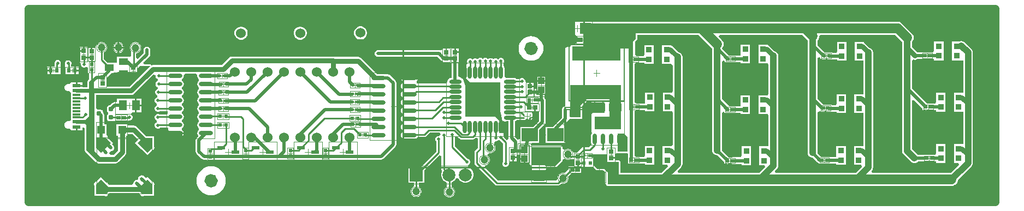
<source format=gtl>
G04*
G04 #@! TF.GenerationSoftware,Altium Limited,CircuitMaker,2.3.0 (2.3.0.3)*
G04*
G04 Layer_Physical_Order=1*
G04 Layer_Color=25308*
%FSLAX24Y24*%
%MOIN*%
G70*
G04*
G04 #@! TF.SameCoordinates,BA9B3302-63F0-48E8-8009-FCAE1684F3EC*
G04*
G04*
G04 #@! TF.FilePolarity,Positive*
G04*
G01*
G75*
%ADD11C,0.0039*%
%ADD12C,0.0236*%
%ADD13C,0.0100*%
%ADD14C,0.0050*%
%ADD15C,0.0079*%
%ADD16C,0.0059*%
%ADD18C,0.0472*%
%ADD19C,0.0020*%
%ADD20C,0.0433*%
%ADD21R,0.0220X0.0220*%
%ADD22R,0.0283X0.0299*%
%ADD23O,0.0236X0.0669*%
%ADD24R,0.0256X0.0236*%
%ADD25O,0.0236X0.0768*%
%ADD26R,0.0236X0.0276*%
%ADD27R,0.0492X0.0118*%
%ADD28R,0.0197X0.0177*%
%ADD29R,0.0492X0.0610*%
%ADD30R,0.0492X0.0197*%
%ADD31O,0.0768X0.0236*%
%ADD32R,0.0236X0.0276*%
%ADD33R,0.0197X0.0236*%
%ADD34R,0.0236X0.0197*%
%ADD35O,0.0866X0.0236*%
%ADD36R,0.0984X0.0787*%
%ADD37R,0.0394X0.0394*%
%ADD38R,0.0709X0.0650*%
%ADD39R,0.0217X0.0197*%
%ADD40R,0.0256X0.0256*%
%ADD41R,0.0177X0.0177*%
%ADD42R,0.0610X0.0354*%
%ADD43R,0.0374X0.0354*%
%ADD44R,0.0669X0.0512*%
%ADD45R,0.0650X0.0709*%
%ADD46R,0.0299X0.0283*%
%ADD47R,0.2953X0.0866*%
%ADD48P,0.0600X4X270.0*%
%ADD49R,0.0600X0.0600*%
%ADD50P,0.0600X4X360.0*%
%ADD51R,0.0600X0.0600*%
%ADD52C,0.0098*%
G04:AMPARAMS|DCode=53|XSize=23.6mil|YSize=29.5mil|CornerRadius=4.7mil|HoleSize=0mil|Usage=FLASHONLY|Rotation=90.000|XOffset=0mil|YOffset=0mil|HoleType=Round|Shape=RoundedRectangle|*
%AMROUNDEDRECTD53*
21,1,0.0236,0.0201,0,0,90.0*
21,1,0.0142,0.0295,0,0,90.0*
1,1,0.0094,0.0100,0.0071*
1,1,0.0094,0.0100,-0.0071*
1,1,0.0094,-0.0100,-0.0071*
1,1,0.0094,-0.0100,0.0071*
%
%ADD53ROUNDEDRECTD53*%
%ADD54R,0.0500X0.0500*%
%ADD55R,0.0551X0.0394*%
%ADD56R,0.0492X0.0236*%
%ADD98C,0.0472*%
%ADD99C,0.0200*%
%ADD100C,0.0300*%
%ADD101C,0.0600*%
%ADD102C,0.0394*%
%ADD103C,0.0246*%
%ADD104C,0.0276*%
%ADD105C,0.0195*%
%ADD106R,0.0787X0.0787*%
%ADD107C,0.0787*%
%ADD108C,0.0600*%
%ADD109C,0.1417*%
G04:AMPARAMS|DCode=110|XSize=39.4mil|YSize=86.6mil|CornerRadius=19.7mil|HoleSize=0mil|Usage=FLASHONLY|Rotation=270.000|XOffset=0mil|YOffset=0mil|HoleType=Round|Shape=RoundedRectangle|*
%AMROUNDEDRECTD110*
21,1,0.0394,0.0472,0,0,270.0*
21,1,0.0000,0.0866,0,0,270.0*
1,1,0.0394,-0.0236,0.0000*
1,1,0.0394,-0.0236,0.0000*
1,1,0.0394,0.0236,0.0000*
1,1,0.0394,0.0236,0.0000*
%
%ADD110ROUNDEDRECTD110*%
G04:AMPARAMS|DCode=111|XSize=39.4mil|YSize=78.7mil|CornerRadius=19.7mil|HoleSize=0mil|Usage=FLASHONLY|Rotation=270.000|XOffset=0mil|YOffset=0mil|HoleType=Round|Shape=RoundedRectangle|*
%AMROUNDEDRECTD111*
21,1,0.0394,0.0394,0,0,270.0*
21,1,0.0000,0.0787,0,0,270.0*
1,1,0.0394,-0.0197,0.0000*
1,1,0.0394,-0.0197,0.0000*
1,1,0.0394,0.0197,0.0000*
1,1,0.0394,0.0197,0.0000*
%
%ADD111ROUNDEDRECTD111*%
%ADD112C,0.0700*%
%ADD113C,0.0236*%
G36*
X59066Y5D02*
X16D01*
Y11825D01*
X59066D01*
Y5D01*
D02*
G37*
%LPC*%
G36*
X33593Y11069D02*
X33477Y11068D01*
Y11068D01*
X33477Y11068D01*
X33384D01*
Y10245D01*
X33561Y10069D01*
X33822D01*
Y9781D01*
X33462D01*
Y9683D01*
X33370Y9619D01*
X33129D01*
Y9578D01*
X33051Y9481D01*
X32902D01*
X32863Y9473D01*
X32830Y9451D01*
X32807Y9418D01*
X32800Y9379D01*
Y5866D01*
X32783Y5853D01*
X32751Y5846D01*
X32744D01*
X32738Y5843D01*
X32705Y5837D01*
X32678Y5819D01*
X32672Y5816D01*
X32667Y5811D01*
X32639Y5793D01*
X32621Y5765D01*
X32616Y5760D01*
X32614Y5754D01*
X32595Y5727D01*
X32589Y5694D01*
X32586Y5688D01*
Y5681D01*
X32580Y5649D01*
Y5167D01*
X32048Y4635D01*
X32029Y4607D01*
X31593D01*
Y3619D01*
X32778D01*
Y4607D01*
X32750D01*
X32705Y4716D01*
X32928Y4939D01*
X32972Y5005D01*
X32977Y5031D01*
X33097Y5082D01*
X33706Y5080D01*
X33733Y5080D01*
X33733Y5080D01*
X33733Y5080D01*
X33820Y5089D01*
X33835Y5182D01*
X33835Y5182D01*
X33835Y5182D01*
Y5880D01*
X34146Y6191D01*
X34320D01*
X34385Y6092D01*
X34386Y6084D01*
X35203D01*
Y5491D01*
X35175Y5468D01*
X34466Y5475D01*
X34425Y5429D01*
X34426Y5428D01*
X34423Y5426D01*
X34401Y5393D01*
X34393Y5354D01*
Y4320D01*
X34401Y4281D01*
X34423Y4248D01*
X34424Y4247D01*
X34437Y4227D01*
X34389Y4155D01*
X34372Y4070D01*
Y3637D01*
X34389Y3552D01*
X34408Y3523D01*
X34242Y3358D01*
X33912D01*
X33854Y3346D01*
X33804Y3313D01*
X33511Y3020D01*
X33318D01*
X33240Y3106D01*
X33225Y3131D01*
X33162Y3194D01*
X33086Y3238D01*
X33000Y3261D01*
X32911D01*
X32826Y3238D01*
X32749Y3194D01*
X32634Y3246D01*
Y3355D01*
X32631Y3374D01*
X32627Y3393D01*
X32627Y3393D01*
X32627Y3394D01*
X32616Y3410D01*
X32605Y3426D01*
X32605Y3426D01*
X32605Y3427D01*
X32588Y3437D01*
X32572Y3448D01*
X32572Y3448D01*
X32571Y3449D01*
X32553Y3453D01*
X32534Y3457D01*
X30776Y3475D01*
X30775Y3475D01*
X30775Y3475D01*
X30756Y3471D01*
X30739Y3468D01*
X30716Y3491D01*
X30696Y3515D01*
X30744Y3619D01*
X31203D01*
Y4417D01*
X31535Y4749D01*
X31579Y4815D01*
X31594Y4893D01*
X31594Y4893D01*
Y6221D01*
X31579Y6299D01*
X31535Y6365D01*
X31523Y6377D01*
Y6565D01*
X31616D01*
Y7159D01*
X31614D01*
Y7364D01*
X31319D01*
X31024D01*
Y7159D01*
X31022D01*
Y6917D01*
X30881D01*
Y6963D01*
X30879D01*
Y7042D01*
X30639D01*
Y7091D01*
X30590D01*
Y7339D01*
X30456D01*
X30398Y7341D01*
X30342Y7434D01*
X30317Y7494D01*
X30261Y7550D01*
X30188Y7580D01*
X30110D01*
X30037Y7550D01*
X30023Y7535D01*
X29841D01*
X29773Y7580D01*
X29688Y7597D01*
X29190D01*
X29127Y7640D01*
X29084Y7703D01*
Y8201D01*
X29067Y8287D01*
X29019Y8359D01*
X29014Y8362D01*
Y8488D01*
X29031Y8504D01*
X29061Y8577D01*
Y8655D01*
X29031Y8728D01*
X28976Y8783D01*
X28903Y8813D01*
X28824D01*
X28752Y8783D01*
X28701Y8732D01*
X28655Y8778D01*
X28582Y8809D01*
X28504D01*
X28431Y8778D01*
X28388Y8735D01*
X28343Y8780D01*
X28270Y8810D01*
X28192D01*
X28119Y8780D01*
X28076Y8738D01*
X28023Y8791D01*
X27950Y8821D01*
X27872D01*
X27799Y8791D01*
X27755Y8747D01*
X27719Y8783D01*
X27646Y8813D01*
X27568D01*
X27495Y8783D01*
X27446Y8734D01*
X27408Y8772D01*
X27335Y8802D01*
X27256D01*
X27184Y8772D01*
X27136Y8724D01*
X27098Y8762D01*
X27025Y8792D01*
X26946D01*
X26874Y8762D01*
X26818Y8707D01*
X26788Y8634D01*
Y8556D01*
X26811Y8501D01*
X26766Y8437D01*
X26762Y8434D01*
X26749Y8428D01*
X26736Y7571D01*
X26992Y7335D01*
X28843Y7338D01*
X28840Y7335D01*
Y5534D01*
X28867Y5446D01*
X28959Y4954D01*
X29176Y4939D01*
X29188Y4948D01*
X29322D01*
Y3917D01*
X29332Y3869D01*
X29231Y3803D01*
X29056Y3977D01*
Y3998D01*
X29026Y4070D01*
X29018Y4187D01*
X29036Y4215D01*
X28770Y4237D01*
X28770Y4968D01*
X28535Y5213D01*
X26722D01*
X26711Y5203D01*
X26700Y5213D01*
Y7099D01*
X26698Y7096D01*
X26558Y7516D01*
X26331Y7664D01*
X26330Y7667D01*
X26270Y7699D01*
Y8546D01*
X26307D01*
Y9046D01*
X26306D01*
Y9125D01*
X26066D01*
Y9174D01*
X26017D01*
Y9422D01*
X25826D01*
Y9422D01*
X25766Y9423D01*
Y9423D01*
X25708Y9423D01*
X25575D01*
Y9175D01*
X25477D01*
Y9423D01*
X25286D01*
Y9334D01*
X25167Y9271D01*
X25156Y9279D01*
X25078Y9294D01*
X21360D01*
X21328Y9288D01*
X21321D01*
X21315Y9285D01*
X21282Y9279D01*
X21255Y9261D01*
X21248Y9258D01*
X21244Y9253D01*
X21216Y9235D01*
X21198Y9207D01*
X21193Y9202D01*
X21190Y9196D01*
X21172Y9169D01*
X21165Y9136D01*
X21163Y9130D01*
Y9123D01*
X21156Y9091D01*
X21163Y9058D01*
Y9051D01*
X21165Y9045D01*
X21172Y9013D01*
X21190Y8985D01*
X21193Y8979D01*
X21198Y8974D01*
X21216Y8946D01*
X21244Y8928D01*
X21248Y8923D01*
X21255Y8921D01*
X21282Y8902D01*
X21315Y8896D01*
X21321Y8893D01*
X21328D01*
X21360Y8887D01*
X24993D01*
X25227Y8653D01*
X25284Y8615D01*
Y8547D01*
X25767D01*
X25862Y8490D01*
Y7597D01*
X25830D01*
X25745Y7580D01*
X25673Y7532D01*
X25625Y7460D01*
X25608Y7375D01*
X25513Y7260D01*
X23772D01*
X23768Y7265D01*
X23726Y7293D01*
X23719Y7317D01*
X23719Y7400D01*
X23726Y7425D01*
X23767Y7452D01*
X23788Y7483D01*
X22804D01*
X22825Y7452D01*
X22866Y7425D01*
X22872Y7400D01*
X22872Y7317D01*
X22866Y7293D01*
X22824Y7265D01*
X22775Y7193D01*
X22758Y7108D01*
X22775Y7023D01*
X22824Y6951D01*
X22864Y6924D01*
X22870Y6903D01*
Y6813D01*
X22864Y6792D01*
X22824Y6765D01*
X22775Y6693D01*
X22758Y6608D01*
X22775Y6523D01*
X22824Y6451D01*
X22864Y6424D01*
X22870Y6403D01*
Y6313D01*
X22864Y6292D01*
X22824Y6265D01*
X22775Y6193D01*
X22758Y6108D01*
X22775Y6023D01*
X22824Y5951D01*
X22864Y5924D01*
X22870Y5903D01*
Y5813D01*
X22864Y5792D01*
X22824Y5765D01*
X22775Y5693D01*
X22758Y5608D01*
X22775Y5523D01*
X22824Y5451D01*
X22864Y5424D01*
X22870Y5403D01*
Y5313D01*
X22864Y5292D01*
X22824Y5265D01*
X22775Y5193D01*
X22758Y5108D01*
X22775Y5023D01*
X22824Y4951D01*
X22864Y4924D01*
X22870Y4903D01*
Y4813D01*
X22864Y4792D01*
X22824Y4765D01*
X22775Y4693D01*
X22758Y4608D01*
X22775Y4523D01*
X22824Y4451D01*
X22864Y4424D01*
X22870Y4403D01*
Y4313D01*
X22864Y4292D01*
X22824Y4265D01*
X22775Y4193D01*
X22758Y4108D01*
X22775Y4023D01*
X22824Y3951D01*
X22896Y3903D01*
X22981Y3886D01*
X23611D01*
X23696Y3903D01*
X23768Y3951D01*
X23789Y3982D01*
X24196D01*
X24254Y3994D01*
X24304Y4027D01*
X24536Y4258D01*
X25125D01*
X25198Y4140D01*
X25193Y4130D01*
X25108Y4045D01*
X25084Y4044D01*
X25028D01*
X24955Y4014D01*
X24900Y3958D01*
X24869Y3886D01*
Y3807D01*
X24900Y3735D01*
X24914Y3720D01*
Y3103D01*
X23983Y2172D01*
X23212D01*
Y1184D01*
X23552D01*
Y957D01*
X23486Y918D01*
X23423Y856D01*
X23379Y779D01*
X23356Y694D01*
Y605D01*
X23379Y520D01*
X23423Y443D01*
X23486Y380D01*
X23563Y336D01*
X23648Y313D01*
X23737D01*
X23822Y336D01*
X23899Y380D01*
X23961Y443D01*
X24006Y520D01*
X24029Y605D01*
Y694D01*
X24006Y779D01*
X23961Y856D01*
X23899Y918D01*
X23858Y942D01*
Y1184D01*
X24199D01*
Y1955D01*
X25121Y2878D01*
X25239Y2829D01*
X25240Y1990D01*
X25246Y1961D01*
X25252Y1932D01*
X25252Y1931D01*
X25252Y1931D01*
X25268Y1908D01*
X25245Y1869D01*
X25212Y1743D01*
Y1613D01*
X25245Y1487D01*
X25310Y1375D01*
X25402Y1283D01*
X25515Y1218D01*
X25567Y1204D01*
Y940D01*
X25514Y909D01*
X25451Y846D01*
X25407Y769D01*
X25384Y684D01*
Y595D01*
X25407Y510D01*
X25451Y433D01*
X25514Y371D01*
X25590Y326D01*
X25676Y303D01*
X25764D01*
X25850Y326D01*
X25926Y371D01*
X25989Y433D01*
X26033Y510D01*
X26056Y595D01*
Y684D01*
X26033Y769D01*
X25989Y846D01*
X25926Y909D01*
X25873Y940D01*
Y1212D01*
X25896Y1218D01*
X26008Y1283D01*
X26100Y1375D01*
X26140Y1445D01*
X26141Y1445D01*
X26269D01*
X26270Y1445D01*
X26310Y1375D01*
X26402Y1283D01*
X26515Y1218D01*
X26640Y1184D01*
X26770D01*
X26896Y1218D01*
X27008Y1283D01*
X27100Y1375D01*
X27165Y1487D01*
X27199Y1613D01*
Y1743D01*
X27165Y1869D01*
X27100Y1981D01*
X27008Y2073D01*
X26896Y2138D01*
X26862Y2147D01*
X26843Y2263D01*
X26846Y2274D01*
X26912Y2301D01*
X26968Y2357D01*
X26998Y2429D01*
Y2508D01*
X26968Y2580D01*
X26912Y2636D01*
X26840Y2666D01*
X26819D01*
X26045Y3440D01*
Y4002D01*
X26059Y4016D01*
X26192Y4028D01*
X26331Y3888D01*
X26381Y3855D01*
X26439Y3843D01*
X27162D01*
X27221Y3855D01*
X27270Y3888D01*
X27331Y3948D01*
X27449Y3900D01*
Y3313D01*
X27288Y3152D01*
X27254Y3102D01*
X27243Y3044D01*
Y2395D01*
X27254Y2336D01*
X27288Y2287D01*
X28515Y1060D01*
X28564Y1027D01*
X28623Y1015D01*
X32349D01*
X32407Y1027D01*
X32457Y1060D01*
X32542Y1145D01*
X32601Y1129D01*
X32690D01*
X32776Y1152D01*
X32852Y1196D01*
X32915Y1258D01*
X32959Y1335D01*
X32982Y1421D01*
Y1509D01*
X32966Y1569D01*
X33154Y1757D01*
X33791D01*
Y2176D01*
X34106D01*
Y2175D01*
X34473D01*
X34676Y1972D01*
X34709Y1950D01*
X34748Y1942D01*
X35128D01*
X35248Y1823D01*
X35241Y1807D01*
X35241Y1121D01*
X35250Y1116D01*
X35291Y1058D01*
X35299Y1046D01*
X35313Y1025D01*
X35346Y1003D01*
X35385Y995D01*
X35922D01*
X35947Y992D01*
X56367D01*
X56471Y1006D01*
X56568Y1046D01*
X56652Y1110D01*
X56716Y1194D01*
X56756Y1291D01*
X56767Y1373D01*
X57587Y2193D01*
X57635Y2255D01*
X57665Y2327D01*
X57675Y2405D01*
Y2895D01*
Y6015D01*
Y9145D01*
X57665Y9222D01*
X57635Y9295D01*
X57587Y9357D01*
X57182Y9762D01*
X57120Y9809D01*
X57048Y9839D01*
X56970Y9850D01*
X56893Y9839D01*
X56840Y9817D01*
X56390D01*
Y9345D01*
X56390Y9263D01*
X56390D01*
Y9227D01*
X56390D01*
Y8672D01*
X56964D01*
Y8672D01*
X57076Y8658D01*
Y6687D01*
X56510D01*
Y6215D01*
X56510Y6133D01*
X56510D01*
Y6097D01*
X56510D01*
Y5542D01*
X57076D01*
Y3547D01*
X56510D01*
Y3075D01*
X56510Y2993D01*
X56510D01*
Y2957D01*
X56510D01*
Y2402D01*
X56796D01*
X56841Y2293D01*
X56347Y1799D01*
X51538D01*
X51507Y1873D01*
X51501Y1917D01*
X51545Y1975D01*
X51557Y2005D01*
X51575Y2047D01*
X51585Y2125D01*
Y2755D01*
Y5935D01*
Y9145D01*
X51575Y9222D01*
X51545Y9295D01*
X51497Y9357D01*
X51435Y9404D01*
X51363Y9434D01*
X51356Y9435D01*
X51091Y9700D01*
X51034Y9738D01*
Y9797D01*
X50460D01*
Y9325D01*
X50460Y9243D01*
X50460D01*
Y9207D01*
X50460D01*
Y8652D01*
X50986D01*
Y6597D01*
X50440D01*
Y6125D01*
X50440Y6043D01*
X50440D01*
Y6007D01*
X50440D01*
Y5452D01*
X50986D01*
Y3432D01*
X50421D01*
Y2960D01*
X50421Y2878D01*
X50421D01*
Y2842D01*
X50421D01*
Y2287D01*
X50858D01*
X50906Y2169D01*
X50537Y1799D01*
X45638D01*
X45592Y1908D01*
X45707Y2023D01*
X45755Y2085D01*
X45785Y2157D01*
X45795Y2235D01*
Y2735D01*
Y5845D01*
Y8945D01*
X45785Y9022D01*
X45755Y9095D01*
X45707Y9157D01*
X45645Y9204D01*
X45573Y9234D01*
X45566Y9235D01*
X45261Y9540D01*
X45178Y9596D01*
X45154Y9600D01*
Y9637D01*
X44580D01*
Y9165D01*
X44580Y9083D01*
X44580D01*
Y9047D01*
X44580D01*
Y8492D01*
X45154D01*
X45196Y8392D01*
Y6638D01*
X45154Y6537D01*
X44580D01*
Y6065D01*
X44580Y5983D01*
X44580D01*
Y5947D01*
X44580D01*
Y5392D01*
X45154D01*
X45196Y5292D01*
Y3412D01*
X44641D01*
Y2940D01*
X44641Y2858D01*
X44641D01*
Y2822D01*
X44641D01*
Y2267D01*
X44950D01*
X44995Y2158D01*
X44637Y1799D01*
X39688D01*
X39643Y1908D01*
X39857Y2123D01*
X39905Y2185D01*
X39935Y2257D01*
X39945Y2335D01*
Y2745D01*
Y5975D01*
Y8885D01*
X39935Y8962D01*
X39905Y9035D01*
X39857Y9097D01*
X39795Y9144D01*
X39723Y9174D01*
X39716Y9175D01*
X39381Y9510D01*
X39298Y9566D01*
X39274Y9570D01*
Y9607D01*
X38700D01*
Y9135D01*
X38700Y9053D01*
X38700D01*
Y9017D01*
X38700D01*
Y8462D01*
X39274D01*
X39346Y8374D01*
Y6806D01*
X39324Y6697D01*
X38750D01*
Y6225D01*
X38750Y6143D01*
X38750D01*
Y6107D01*
X38750D01*
Y5552D01*
X39324D01*
X39346Y5444D01*
Y3538D01*
X39304Y3437D01*
X38730D01*
Y2965D01*
X38730Y2883D01*
X38730D01*
Y2847D01*
X38730D01*
Y2292D01*
X39026D01*
X39071Y2183D01*
X38687Y1799D01*
X36160D01*
Y2451D01*
X36152Y2490D01*
X36130Y2523D01*
X36097Y2545D01*
X36058Y2553D01*
X35816D01*
Y2656D01*
X35576D01*
Y2754D01*
X35816D01*
Y2833D01*
X35817D01*
Y2943D01*
X35832Y2956D01*
X35936Y2996D01*
X35937Y2994D01*
X35976Y2987D01*
X36601D01*
X36612Y2978D01*
Y2575D01*
X36627Y2497D01*
X36627Y2497D01*
Y2371D01*
X36815D01*
X36816Y2371D01*
X36817Y2371D01*
X37103D01*
X37131Y2366D01*
X37647D01*
Y2292D01*
X38221D01*
Y2765D01*
X38221Y2847D01*
X38221Y2965D01*
Y3437D01*
X37647D01*
Y2965D01*
X37647Y2883D01*
X37627Y2774D01*
X37131D01*
X37020Y2843D01*
Y5582D01*
X37138Y5628D01*
X37149Y5626D01*
X37667D01*
Y5552D01*
X38241D01*
Y6025D01*
X38241Y6107D01*
X38241Y6225D01*
Y6697D01*
X37667D01*
Y6225D01*
X37667Y6143D01*
X37647Y6034D01*
X37149D01*
X37036Y6102D01*
Y8474D01*
X37138Y8536D01*
X37617D01*
Y8462D01*
X38191D01*
Y8935D01*
X38191Y9017D01*
X38191Y9135D01*
Y9607D01*
X37617D01*
Y9135D01*
X37617Y9053D01*
X37597Y8944D01*
X37138D01*
X37051Y9040D01*
Y9792D01*
X37170Y9922D01*
X37180Y9937D01*
X37190Y9952D01*
X37190Y9954D01*
X37191Y9956D01*
X37194Y9974D01*
X37197Y9991D01*
Y10221D01*
X40919D01*
X41756Y9384D01*
Y6325D01*
Y3177D01*
X41767Y3100D01*
X41796Y3028D01*
X41844Y2966D01*
X41906Y2918D01*
X41978Y2888D01*
X42056Y2878D01*
X42065Y2879D01*
X42493Y2452D01*
Y2346D01*
X42663D01*
X42688Y2341D01*
X42713Y2346D01*
X42969D01*
X42996Y2340D01*
X43559D01*
Y2267D01*
X44133D01*
Y2740D01*
X44133Y2822D01*
X44133Y2940D01*
Y3412D01*
X43559D01*
Y2940D01*
X43559Y2858D01*
X43538Y2748D01*
X42996D01*
X42969Y2743D01*
X42779D01*
X42354Y3168D01*
X42355Y3177D01*
Y5467D01*
X42473Y5530D01*
X42497Y5514D01*
Y5476D01*
X42678D01*
X42706Y5471D01*
X42733Y5476D01*
X42965D01*
X43019Y5466D01*
X43497D01*
Y5392D01*
X44071D01*
Y5865D01*
X44071Y5947D01*
X44071Y6065D01*
Y6537D01*
X43497D01*
Y6065D01*
X43497Y5983D01*
X43477Y5874D01*
X43019D01*
X43018Y5873D01*
X42796D01*
X42355Y6314D01*
Y8597D01*
X42473Y8656D01*
X42515Y8625D01*
Y8571D01*
X42705D01*
X42706Y8571D01*
X42707Y8571D01*
X42991D01*
X43019Y8566D01*
X43497D01*
Y8492D01*
X44071D01*
Y8965D01*
X44071Y9047D01*
X44071Y9165D01*
Y9637D01*
X43497D01*
Y9165D01*
X43497Y9083D01*
X43477Y8974D01*
X43019D01*
X42991Y8968D01*
X42801D01*
X42366Y9403D01*
X42405Y9453D01*
X42445Y9550D01*
X42459Y9655D01*
X42445Y9759D01*
X42405Y9857D01*
X42341Y9940D01*
X42169Y10112D01*
X42214Y10221D01*
X47269D01*
X47596Y9894D01*
Y9607D01*
Y6337D01*
Y3015D01*
X47607Y2937D01*
X47636Y2865D01*
X47684Y2803D01*
X47746Y2756D01*
X47818Y2726D01*
X47896Y2716D01*
X47905Y2717D01*
X48192Y2431D01*
X48250Y2392D01*
X48250Y2376D01*
X48336Y2371D01*
X48363Y2376D01*
X48368Y2377D01*
X48705D01*
X48706Y2376D01*
X48784Y2360D01*
X49339D01*
Y2287D01*
X49913D01*
Y2760D01*
X49913Y2842D01*
X49913Y2960D01*
Y3432D01*
X49339D01*
Y2960D01*
X49339Y2878D01*
X49318Y2768D01*
X48962D01*
Y2773D01*
X48426D01*
X48194Y3005D01*
X48195Y3015D01*
Y5486D01*
X48313Y5569D01*
X48335Y5561D01*
D01*
X48397Y5545D01*
X48430Y5537D01*
X48442Y5534D01*
X48508Y5521D01*
X48586Y5537D01*
X48623Y5561D01*
X48740D01*
X48770Y5541D01*
X48848Y5526D01*
X49357D01*
Y5452D01*
X49931D01*
Y5925D01*
X49931Y6007D01*
X49931Y6125D01*
Y6597D01*
X49357D01*
Y6125D01*
X49357Y6043D01*
X49337Y5934D01*
X49046D01*
Y5958D01*
X48563D01*
X48195Y6326D01*
Y8823D01*
X48310Y8874D01*
X48372Y8824D01*
Y8756D01*
X48470D01*
X48500Y8737D01*
X48578Y8721D01*
X48656Y8737D01*
X48686Y8756D01*
X48800D01*
X48823Y8741D01*
X48901Y8726D01*
X49377D01*
Y8652D01*
X49951D01*
Y9125D01*
X49951Y9207D01*
X49951Y9325D01*
Y9797D01*
X49377D01*
Y9325D01*
X49377Y9243D01*
X49357Y9134D01*
X49084D01*
Y9153D01*
X48638D01*
X48195Y9596D01*
Y9898D01*
X48245Y9963D01*
X48285Y10060D01*
X48299Y10165D01*
X48349Y10221D01*
X52919D01*
X53356Y9784D01*
Y9432D01*
Y6965D01*
Y3128D01*
X53367Y3050D01*
X53396Y2978D01*
X53444Y2916D01*
X53887Y2473D01*
X53949Y2426D01*
X54021Y2396D01*
X54099Y2386D01*
X54176Y2396D01*
X54248Y2426D01*
X54310Y2473D01*
X54316Y2481D01*
X54848D01*
X54876Y2486D01*
X55139D01*
X55142Y2486D01*
X55427Y2481D01*
Y2402D01*
X56001D01*
Y2875D01*
X56001Y2957D01*
X56001Y3075D01*
Y3547D01*
X55427D01*
Y3075D01*
X55427Y3007D01*
X55407Y2936D01*
X55359Y2890D01*
X55149Y2894D01*
X55093Y2883D01*
X54876D01*
X54848Y2889D01*
X54316D01*
X54310Y2897D01*
X53955Y3252D01*
Y6223D01*
X54064Y6268D01*
X54597Y5735D01*
Y5616D01*
X54778D01*
X54806Y5611D01*
X54833Y5616D01*
X55097D01*
X55101Y5616D01*
X55427D01*
Y5542D01*
X56001D01*
Y6015D01*
X56001Y6097D01*
X56001Y6215D01*
Y6687D01*
X55427D01*
Y6215D01*
X55427Y6133D01*
X55407Y6024D01*
X55101D01*
X55050Y6013D01*
X54896D01*
X53955Y6954D01*
Y8645D01*
X54073Y8720D01*
X54123Y8710D01*
X54220Y8729D01*
X54268Y8761D01*
X54746D01*
X54773Y8766D01*
X55013D01*
X55041Y8761D01*
X55307D01*
Y8672D01*
X55881D01*
Y9145D01*
X55881Y9227D01*
X55881Y9345D01*
Y9817D01*
X55307D01*
Y9345D01*
X55307Y9263D01*
X55250Y9169D01*
X55041D01*
X55013Y9163D01*
X54773D01*
X54746Y9169D01*
X54279D01*
X53955Y9493D01*
Y9788D01*
X54005Y9853D01*
X54045Y9951D01*
X54059Y10055D01*
X54045Y10159D01*
X54005Y10257D01*
X53941Y10340D01*
X53371Y10910D01*
X53287Y10974D01*
X53190Y11015D01*
X53086Y11028D01*
X53086Y11028D01*
X47436D01*
X47436Y11028D01*
X47436Y11028D01*
X41086D01*
X41086Y11028D01*
X41086Y11028D01*
X34443D01*
Y11069D01*
X33594D01*
X33593Y11069D01*
D02*
G37*
G36*
X20348Y10745D02*
X20243D01*
X20141Y10718D01*
X20050Y10665D01*
X19976Y10591D01*
X19923Y10499D01*
X19896Y10398D01*
Y10292D01*
X19923Y10191D01*
X19976Y10099D01*
X20050Y10025D01*
X20141Y9972D01*
X20243Y9945D01*
X20348D01*
X20450Y9972D01*
X20541Y10025D01*
X20616Y10099D01*
X20668Y10191D01*
X20696Y10292D01*
Y10398D01*
X20668Y10499D01*
X20616Y10591D01*
X20541Y10665D01*
X20450Y10718D01*
X20348Y10745D01*
D02*
G37*
G36*
X16668Y10735D02*
X16563D01*
X16461Y10708D01*
X16370Y10655D01*
X16296Y10581D01*
X16243Y10489D01*
X16216Y10388D01*
Y10282D01*
X16243Y10181D01*
X16296Y10089D01*
X16370Y10015D01*
X16461Y9962D01*
X16563Y9935D01*
X16668D01*
X16770Y9962D01*
X16861Y10015D01*
X16936Y10089D01*
X16988Y10181D01*
X17016Y10282D01*
Y10388D01*
X16988Y10489D01*
X16936Y10581D01*
X16861Y10655D01*
X16770Y10708D01*
X16668Y10735D01*
D02*
G37*
G36*
X13058D02*
X12953D01*
X12851Y10708D01*
X12760Y10655D01*
X12686Y10581D01*
X12633Y10489D01*
X12606Y10388D01*
Y10282D01*
X12633Y10181D01*
X12686Y10089D01*
X12760Y10015D01*
X12851Y9962D01*
X12953Y9935D01*
X13058D01*
X13160Y9962D01*
X13251Y10015D01*
X13326Y10089D01*
X13378Y10181D01*
X13406Y10282D01*
Y10388D01*
X13378Y10489D01*
X13326Y10581D01*
X13251Y10655D01*
X13160Y10708D01*
X13058Y10735D01*
D02*
G37*
G36*
X5572Y9782D02*
Y9498D01*
X5856D01*
X5834Y9578D01*
X5790Y9654D01*
X5728Y9717D01*
X5652Y9761D01*
X5572Y9782D01*
D02*
G37*
G36*
X5473D02*
X5393Y9761D01*
X5317Y9717D01*
X5255Y9654D01*
X5211Y9578D01*
X5189Y9498D01*
X5473D01*
Y9782D01*
D02*
G37*
G36*
X4529Y9790D02*
X4440D01*
X4354Y9767D01*
X4278Y9723D01*
X4215Y9660D01*
X4171Y9584D01*
X4164Y9558D01*
X4112Y9461D01*
X4045Y9461D01*
X3935D01*
Y9235D01*
X3837D01*
Y9461D01*
X3659D01*
X3636Y9503D01*
X3445D01*
Y9255D01*
X3396D01*
Y9206D01*
X3156D01*
Y9065D01*
X3154D01*
Y8565D01*
X3154D01*
X3228Y8464D01*
Y8386D01*
X3258Y8313D01*
X3314Y8258D01*
X3386Y8227D01*
X3465D01*
X3538Y8258D01*
X3550Y8269D01*
X3622Y8252D01*
X3668Y8221D01*
Y7891D01*
X3733D01*
Y7518D01*
X3723Y7512D01*
X3643Y7432D01*
X3621Y7399D01*
X3613Y7360D01*
Y7035D01*
X3311D01*
Y7078D01*
X2966D01*
Y7128D01*
X2917D01*
Y7344D01*
X2622D01*
Y7319D01*
X2509Y7237D01*
X2418D01*
X2335Y7203D01*
X2270Y7139D01*
X2236Y7055D01*
Y6964D01*
X2270Y6880D01*
X2335Y6816D01*
X2418Y6781D01*
X2509D01*
X2620Y6700D01*
Y6201D01*
Y5807D01*
Y5413D01*
Y5036D01*
X2586Y4999D01*
X2509Y4954D01*
X2418D01*
X2335Y4919D01*
X2270Y4855D01*
X2236Y4771D01*
Y4681D01*
X2270Y4597D01*
X2335Y4533D01*
X2418Y4498D01*
X2509D01*
X2622Y4417D01*
Y4391D01*
X2917D01*
Y4608D01*
X3015D01*
Y4391D01*
X3311D01*
Y4578D01*
X3346Y4592D01*
X3463Y4512D01*
X3459Y3176D01*
X3459Y3176D01*
X3459Y3176D01*
X3463Y3156D01*
X3467Y3137D01*
X3467Y3137D01*
X3467Y3137D01*
X3478Y3120D01*
X3489Y3104D01*
X3489Y3104D01*
X3489Y3104D01*
X3683Y2910D01*
X3696Y2891D01*
X4141Y2446D01*
X4223Y2390D01*
X4321Y2371D01*
X5343D01*
X5441Y2390D01*
X5524Y2446D01*
X5565Y2508D01*
X5931Y2873D01*
X5986Y2956D01*
X6005Y3054D01*
Y4075D01*
X6100D01*
Y4170D01*
X6368D01*
X6726Y3812D01*
X6541Y3627D01*
X6869Y3299D01*
X6869Y3296D01*
X6882Y3277D01*
Y3227D01*
X6932D01*
X6952Y3214D01*
X6955Y3213D01*
X7282Y2886D01*
X7580Y3183D01*
X7680Y3227D01*
X7680D01*
Y3227D01*
X7682D01*
X7724Y3327D01*
X7722Y3329D01*
X7722D01*
X7722Y3329D01*
X7682Y3430D01*
Y4027D01*
X7232D01*
X6654Y4605D01*
X6571Y4660D01*
X6474Y4680D01*
X6100D01*
Y4775D01*
X5400D01*
Y4075D01*
X5496D01*
Y3159D01*
X5217Y2881D01*
X5038D01*
X5012Y2907D01*
X4959Y2999D01*
X4959Y2999D01*
X4962Y3005D01*
Y3012D01*
X4965Y3026D01*
X4980Y3056D01*
X5051Y3120D01*
X5067Y3126D01*
X5099Y3132D01*
X5106D01*
X5112Y3135D01*
X5145Y3142D01*
X5172Y3160D01*
X5178Y3163D01*
X5183Y3167D01*
X5211Y3186D01*
X5229Y3213D01*
X5234Y3218D01*
X5237Y3224D01*
X5255Y3252D01*
X5262Y3284D01*
X5264Y3291D01*
Y3297D01*
X5271Y3330D01*
X5264Y3362D01*
Y3369D01*
X5262Y3375D01*
X5255Y3408D01*
X5237Y3436D01*
X5234Y3442D01*
X5229Y3447D01*
X5211Y3474D01*
X5129Y3556D01*
X5200Y3627D01*
X4902Y3925D01*
X4859Y4025D01*
X4859Y4027D01*
X4859Y4027D01*
X4856Y4029D01*
X4800Y4119D01*
Y4169D01*
Y4775D01*
X4654D01*
Y5321D01*
X4639Y5399D01*
X4595Y5465D01*
X4587Y5473D01*
Y5506D01*
X4575Y5563D01*
X4543Y5612D01*
X4494Y5644D01*
X4437Y5656D01*
X4236D01*
X4143Y5752D01*
Y6558D01*
X6303D01*
X6401Y6577D01*
X6484Y6632D01*
X7675Y7824D01*
X7766Y7771D01*
X7778Y7760D01*
Y7686D01*
X7808Y7613D01*
X7864Y7558D01*
X7912Y7538D01*
X7921Y7534D01*
X7924Y7513D01*
X7924D01*
X7927Y7491D01*
Y7459D01*
X7921Y7416D01*
X7912Y7412D01*
X7864Y7392D01*
X7808Y7337D01*
X7778Y7264D01*
Y7186D01*
X7808Y7113D01*
X7864Y7058D01*
X7906Y7040D01*
X7911Y7038D01*
X7915Y6962D01*
X7907Y6918D01*
X7844Y6892D01*
X7788Y6837D01*
X7758Y6764D01*
Y6686D01*
X7788Y6613D01*
X7844Y6558D01*
X7898Y6535D01*
X7903Y6418D01*
X7898Y6413D01*
X7898Y6413D01*
X7898Y6413D01*
X7898Y6413D01*
X7877Y6404D01*
X7824Y6382D01*
X7768Y6327D01*
X7738Y6254D01*
Y6176D01*
X7768Y6103D01*
X7824Y6048D01*
X7863Y6031D01*
Y5908D01*
X7824Y5892D01*
X7768Y5837D01*
X7738Y5764D01*
Y5686D01*
X7768Y5613D01*
X7824Y5558D01*
X7896Y5527D01*
X7975D01*
X8048Y5558D01*
X8052Y5562D01*
X8504D01*
X8510Y5547D01*
X8520Y5432D01*
X8458Y5368D01*
X8034D01*
X7975Y5392D01*
X7896D01*
X7824Y5362D01*
X7768Y5307D01*
X7738Y5234D01*
Y5156D01*
X7768Y5083D01*
X7824Y5028D01*
X7863Y5011D01*
Y4888D01*
X7824Y4872D01*
X7768Y4817D01*
X7738Y4744D01*
Y4666D01*
X7768Y4593D01*
X7824Y4538D01*
X7896Y4507D01*
X7975D01*
X8048Y4538D01*
X8072Y4562D01*
X8509D01*
X8547Y4537D01*
X8553Y4514D01*
X8553Y4430D01*
X8547Y4406D01*
X8545Y4405D01*
X8682Y4330D01*
X9427D01*
Y4271D01*
X9503D01*
X9496Y4307D01*
X9448Y4378D01*
X9407Y4406D01*
X9400Y4430D01*
X9401Y4514D01*
X9407Y4537D01*
X9449Y4565D01*
X9497Y4637D01*
X9514Y4722D01*
X9497Y4807D01*
X9449Y4880D01*
X9408Y4907D01*
X9402Y4928D01*
Y5017D01*
X9408Y5038D01*
X9449Y5065D01*
X9497Y5137D01*
X9514Y5222D01*
X9497Y5307D01*
X9449Y5380D01*
X9408Y5407D01*
X9402Y5428D01*
Y5517D01*
X9408Y5538D01*
X9449Y5565D01*
X9497Y5637D01*
X9514Y5722D01*
X9497Y5807D01*
X9449Y5880D01*
X9408Y5907D01*
X9402Y5928D01*
Y6017D01*
X9408Y6038D01*
X9449Y6065D01*
X9497Y6137D01*
X9514Y6222D01*
X9497Y6307D01*
X9449Y6380D01*
X9408Y6407D01*
X9402Y6428D01*
Y6517D01*
X9408Y6538D01*
X9449Y6565D01*
X9497Y6637D01*
X9514Y6722D01*
X9497Y6807D01*
X9449Y6880D01*
X9408Y6907D01*
X9402Y6928D01*
Y7017D01*
X9408Y7038D01*
X9449Y7065D01*
X9497Y7137D01*
X9514Y7222D01*
X9497Y7307D01*
X9449Y7380D01*
X9408Y7407D01*
X9402Y7428D01*
Y7517D01*
X9408Y7538D01*
X9449Y7565D01*
X9497Y7637D01*
X9514Y7722D01*
X9508Y7751D01*
X9587Y7869D01*
X10256D01*
X10335Y7751D01*
X10329Y7722D01*
X10346Y7637D01*
X10394Y7565D01*
X10435Y7538D01*
X10441Y7517D01*
Y7428D01*
X10435Y7407D01*
X10394Y7380D01*
X10346Y7307D01*
X10329Y7222D01*
X10346Y7137D01*
X10394Y7065D01*
X10435Y7038D01*
X10441Y7017D01*
Y6928D01*
X10435Y6907D01*
X10394Y6880D01*
X10346Y6807D01*
X10329Y6722D01*
X10346Y6637D01*
X10394Y6565D01*
X10435Y6538D01*
X10441Y6517D01*
Y6428D01*
X10435Y6407D01*
X10394Y6380D01*
X10346Y6307D01*
X10329Y6222D01*
X10346Y6137D01*
X10394Y6065D01*
X10435Y6038D01*
X10441Y6017D01*
Y5928D01*
X10435Y5907D01*
X10394Y5880D01*
X10346Y5807D01*
X10329Y5722D01*
X10346Y5637D01*
X10394Y5565D01*
X10435Y5538D01*
X10441Y5517D01*
Y5428D01*
X10435Y5407D01*
X10394Y5380D01*
X10346Y5307D01*
X10329Y5222D01*
X10346Y5137D01*
X10394Y5065D01*
X10435Y5038D01*
X10441Y5017D01*
Y4928D01*
X10435Y4907D01*
X10394Y4880D01*
X10346Y4807D01*
X10329Y4722D01*
X10346Y4637D01*
X10394Y4565D01*
X10435Y4538D01*
X10441Y4517D01*
Y4428D01*
X10435Y4407D01*
X10394Y4380D01*
X10346Y4307D01*
X10329Y4222D01*
X10346Y4137D01*
X10394Y4065D01*
X10397Y4041D01*
X10295Y3939D01*
X10251Y3873D01*
X10235Y3795D01*
Y3110D01*
X10251Y3032D01*
X10295Y2966D01*
X10598Y2663D01*
X10664Y2619D01*
X10742Y2603D01*
X10920D01*
Y2572D01*
X11356D01*
Y2603D01*
X21553D01*
X21631Y2619D01*
X21697Y2663D01*
X22428Y3394D01*
X22428Y3394D01*
X22472Y3460D01*
X22488Y3538D01*
Y7293D01*
X22472Y7371D01*
X22428Y7437D01*
X22113Y7752D01*
X22047Y7797D01*
X21969Y7812D01*
X21808D01*
X21806Y7814D01*
X21721Y7830D01*
X21310D01*
X20324Y8816D01*
X20241Y8871D01*
X20144Y8891D01*
X18665D01*
X18616Y8901D01*
X12449D01*
X12351Y8881D01*
X12269Y8826D01*
X11822Y8379D01*
X7615D01*
X7537Y8363D01*
X7526Y8380D01*
X7515Y8396D01*
X7515Y8396D01*
X7515Y8396D01*
X7498Y8407D01*
X7482Y8418D01*
X7482Y8418D01*
X7482Y8418D01*
X7462Y8422D01*
X7443Y8426D01*
X7086Y8425D01*
X7041Y8534D01*
X7407Y8900D01*
X7451Y8966D01*
X7467Y9044D01*
Y9314D01*
X7460Y9347D01*
Y9353D01*
X7458Y9359D01*
X7451Y9392D01*
X7433Y9420D01*
X7430Y9426D01*
X7425Y9431D01*
X7407Y9458D01*
X7379Y9477D01*
X7375Y9481D01*
X7368Y9484D01*
X7341Y9502D01*
X7308Y9509D01*
X7302Y9511D01*
X7295D01*
X7263Y9518D01*
X7230Y9511D01*
X7224D01*
X7217Y9509D01*
X7185Y9502D01*
X7157Y9484D01*
X7151Y9481D01*
X7146Y9477D01*
X7119Y9458D01*
X7100Y9431D01*
X7095Y9426D01*
X7093Y9420D01*
X7074Y9392D01*
X7068Y9359D01*
X7065Y9353D01*
Y9347D01*
X7059Y9314D01*
Y9129D01*
X6706Y8776D01*
X6597Y8821D01*
Y9108D01*
X6608D01*
X6694Y9131D01*
X6770Y9175D01*
X6833Y9237D01*
X6877Y9314D01*
X6900Y9400D01*
Y9488D01*
X6877Y9574D01*
X6833Y9650D01*
X6770Y9713D01*
X6694Y9757D01*
X6608Y9780D01*
X6520D01*
X6434Y9757D01*
X6358Y9713D01*
X6295Y9650D01*
X6251Y9574D01*
X6228Y9488D01*
Y9400D01*
X6251Y9314D01*
X6291Y9244D01*
Y8938D01*
X6191Y8895D01*
Y8895D01*
X5439D01*
Y8529D01*
X5324Y8521D01*
Y8521D01*
X4868D01*
X4637Y8752D01*
Y9154D01*
X4691Y9185D01*
X4753Y9247D01*
X4798Y9324D01*
X4820Y9409D01*
Y9498D01*
X4798Y9584D01*
X4753Y9660D01*
X4691Y9723D01*
X4614Y9767D01*
X4529Y9790D01*
D02*
G37*
G36*
X3347Y9503D02*
X3156D01*
Y9304D01*
X3347D01*
Y9503D01*
D02*
G37*
G36*
X26306Y9422D02*
X26115D01*
Y9223D01*
X26306D01*
Y9422D01*
D02*
G37*
G36*
X5856Y9400D02*
X5572D01*
Y9116D01*
X5652Y9137D01*
X5728Y9181D01*
X5790Y9243D01*
X5834Y9320D01*
X5856Y9400D01*
D02*
G37*
G36*
X5473D02*
X5189D01*
X5211Y9320D01*
X5255Y9243D01*
X5317Y9181D01*
X5393Y9137D01*
X5473Y9116D01*
Y9400D01*
D02*
G37*
G36*
X30703Y10151D02*
X30556Y10137D01*
X30415Y10094D01*
X30284Y10024D01*
X30170Y9931D01*
X30077Y9817D01*
X30007Y9686D01*
X29964Y9545D01*
X29950Y9398D01*
X29964Y9251D01*
X30007Y9110D01*
X30077Y8980D01*
X30170Y8865D01*
X30284Y8772D01*
X30415Y8702D01*
X30556Y8659D01*
X30703Y8645D01*
X30850Y8659D01*
X30991Y8702D01*
X31121Y8772D01*
X31235Y8865D01*
X31329Y8980D01*
X31399Y9110D01*
X31442Y9251D01*
X31456Y9398D01*
X31442Y9545D01*
X31399Y9686D01*
X31329Y9817D01*
X31235Y9931D01*
X31121Y10024D01*
X30991Y10094D01*
X30850Y10137D01*
X30703Y10151D01*
D02*
G37*
G36*
X3089Y8291D02*
X2922D01*
Y8104D01*
X3089D01*
Y8291D01*
D02*
G37*
G36*
X1327D02*
X1160D01*
Y8104D01*
X1327D01*
Y8291D01*
D02*
G37*
G36*
X3089Y8006D02*
X2922D01*
Y7819D01*
X3089D01*
Y8006D01*
D02*
G37*
G36*
X1327D02*
X1160D01*
Y7819D01*
X1327D01*
Y8006D01*
D02*
G37*
G36*
X2485Y8678D02*
X2406D01*
X2334Y8648D01*
X2278Y8592D01*
X2248Y8520D01*
Y8441D01*
X2261Y8411D01*
X2261Y8293D01*
X2261D01*
Y7817D01*
X2697D01*
Y7819D01*
X2823D01*
Y8055D01*
Y8291D01*
X2697D01*
Y8293D01*
X2632D01*
Y8414D01*
X2643Y8441D01*
Y8520D01*
X2613Y8592D01*
X2557Y8648D01*
X2485Y8678D01*
D02*
G37*
G36*
X1849Y8694D02*
X1770D01*
X1698Y8664D01*
X1642Y8608D01*
X1612Y8535D01*
Y8457D01*
X1617Y8445D01*
Y8293D01*
X1552D01*
Y8291D01*
X1426D01*
Y8055D01*
Y7819D01*
X1552D01*
Y7817D01*
X1988D01*
Y8293D01*
X1988Y8293D01*
X1988Y8411D01*
X2007Y8457D01*
Y8535D01*
X1977Y8608D01*
X1921Y8664D01*
X1849Y8694D01*
D02*
G37*
G36*
X31614Y7709D02*
X31368D01*
Y7463D01*
X31614D01*
Y7709D01*
D02*
G37*
G36*
X31270D02*
X31024D01*
Y7463D01*
X31270D01*
Y7709D01*
D02*
G37*
G36*
X3311Y7344D02*
X3015D01*
Y7177D01*
X3311D01*
Y7344D01*
D02*
G37*
G36*
X30879Y7339D02*
X30688D01*
Y7141D01*
X30879D01*
Y7339D01*
D02*
G37*
G36*
X6633Y6317D02*
Y5963D01*
X6928D01*
Y6317D01*
X6633D01*
D02*
G37*
G36*
X6928Y5864D02*
X6633D01*
Y5510D01*
X6928D01*
Y5864D01*
D02*
G37*
G36*
X6123Y6319D02*
X6122Y6319D01*
X5431D01*
Y6117D01*
X5287D01*
X5209Y6102D01*
X5143Y6058D01*
X4997Y5912D01*
X4964D01*
X4907Y5900D01*
X4858Y5868D01*
X4826Y5819D01*
X4814Y5762D01*
Y5620D01*
X4826Y5563D01*
X4858Y5514D01*
X4878Y5501D01*
X4885Y5472D01*
Y5398D01*
X4878Y5369D01*
X4858Y5356D01*
X4826Y5307D01*
X4814Y5250D01*
Y5108D01*
X4826Y5051D01*
X4858Y5002D01*
X4907Y4969D01*
X4964Y4958D01*
X5165D01*
X5174Y4960D01*
X5293Y4957D01*
X5293Y4957D01*
X6083D01*
Y4957D01*
X6153Y5000D01*
X6232D01*
X6304Y5030D01*
X6360Y5086D01*
X6390Y5158D01*
Y5237D01*
X6360Y5310D01*
X6304Y5365D01*
X6284Y5392D01*
X6342Y5510D01*
X6357Y5510D01*
X6534D01*
Y5913D01*
Y6317D01*
X6240D01*
X6123Y6319D01*
D02*
G37*
G36*
X33337Y4399D02*
X32953D01*
Y4398D01*
X33337D01*
Y4399D01*
D02*
G37*
G36*
X33819D02*
X33435D01*
Y4398D01*
X33816D01*
Y4094D01*
X33819D01*
Y4399D01*
D02*
G37*
G36*
X9503Y4173D02*
X9427D01*
Y4052D01*
X9448Y4066D01*
X9496Y4138D01*
X9503Y4173D01*
D02*
G37*
G36*
X33819Y3996D02*
X33816D01*
Y3691D01*
X33819D01*
Y3996D01*
D02*
G37*
G36*
X6941Y1648D02*
X6909Y1641D01*
X6893D01*
X6878Y1635D01*
X6863Y1632D01*
X6851Y1624D01*
X6820Y1611D01*
X6765Y1556D01*
X6735Y1483D01*
Y1460D01*
X6714Y1423D01*
X6642Y1367D01*
X6637Y1365D01*
X6626Y1362D01*
X6597Y1356D01*
X6591D01*
X6584Y1353D01*
X6552Y1347D01*
X6524Y1328D01*
X6518Y1326D01*
X6513Y1321D01*
X6486Y1303D01*
X6467Y1275D01*
X6463Y1270D01*
X6460Y1264D01*
X6442Y1236D01*
X6435Y1204D01*
X6432Y1198D01*
Y1191D01*
X6426Y1158D01*
X6361Y1076D01*
X6326Y1058D01*
X4945D01*
X4859Y1144D01*
Y1203D01*
X4800D01*
X4459Y1544D01*
X4161Y1247D01*
X4061Y1203D01*
X4061D01*
Y1203D01*
X4058D01*
X4017Y1103D01*
X4019Y1101D01*
D01*
X4019Y1101D01*
X4058Y1000D01*
Y403D01*
X4655D01*
X4757Y363D01*
X4757Y363D01*
Y363D01*
X4758Y362D01*
X4859Y403D01*
Y405D01*
X4859D01*
Y405D01*
X4902Y505D01*
X4945Y548D01*
X6796D01*
X6839Y505D01*
X6882Y405D01*
Y405D01*
X6882D01*
Y403D01*
X6982Y362D01*
X6984Y363D01*
Y363D01*
X6984Y363D01*
X7086Y403D01*
X7682D01*
Y1000D01*
X7722Y1101D01*
X7722Y1101D01*
D01*
X7724Y1103D01*
X7682Y1203D01*
X7680D01*
Y1203D01*
X7680D01*
X7580Y1247D01*
X7282Y1544D01*
X7206Y1468D01*
X7086Y1588D01*
X7020Y1632D01*
X6941Y1648D01*
D02*
G37*
G36*
X11177Y2200D02*
X11003Y2183D01*
X10836Y2132D01*
X10682Y2050D01*
X10547Y1939D01*
X10436Y1804D01*
X10353Y1650D01*
X10303Y1482D01*
X10286Y1309D01*
X10303Y1135D01*
X10353Y967D01*
X10436Y813D01*
X10547Y678D01*
X10682Y567D01*
X10836Y485D01*
X11003Y434D01*
X11177Y417D01*
X11351Y434D01*
X11518Y485D01*
X11673Y567D01*
X11808Y678D01*
X11919Y813D01*
X12001Y967D01*
X12052Y1135D01*
X12069Y1309D01*
X12052Y1482D01*
X12001Y1650D01*
X11919Y1804D01*
X11808Y1939D01*
X11673Y2050D01*
X11518Y2132D01*
X11351Y2183D01*
X11177Y2200D01*
D02*
G37*
%LPD*%
G36*
X37095Y9991D02*
X36685Y9547D01*
Y9407D01*
X33966Y9397D01*
Y10761D01*
X34123Y10918D01*
X37095D01*
Y9991D01*
D02*
G37*
G36*
X34157Y6347D02*
X33733Y5922D01*
Y5182D01*
X33097Y5184D01*
X33097Y7164D01*
X34157D01*
Y6347D01*
D02*
G37*
G36*
X31006Y5562D02*
X31187D01*
Y4977D01*
X30816Y4607D01*
X30019D01*
Y3862D01*
X29900Y3826D01*
X29890Y3841D01*
X29730Y4002D01*
Y4956D01*
X29773Y4965D01*
X29846Y5013D01*
X29849Y5018D01*
X30259D01*
X30278Y5022D01*
X30289D01*
X30299Y5026D01*
X30318Y5030D01*
X30334Y5040D01*
X30344Y5044D01*
X30351Y5052D01*
X30367Y5063D01*
X30378Y5079D01*
X30386Y5086D01*
X30390Y5096D01*
X30396Y5106D01*
X30433Y5111D01*
X30520Y5107D01*
X30528Y5087D01*
X30569Y5046D01*
X30604Y5031D01*
Y5171D01*
X30653D01*
Y5183D01*
X30683D01*
X30737Y5206D01*
X30752Y5220D01*
X30792D01*
X30780Y5250D01*
X30802Y5303D01*
Y5362D01*
X30779Y5417D01*
X30754Y5442D01*
X30769Y5520D01*
X30790Y5561D01*
X30829D01*
Y5562D01*
X30908D01*
Y5802D01*
X31006D01*
Y5562D01*
D02*
G37*
G36*
X36190Y4474D02*
Y4471D01*
X34601D01*
Y5228D01*
X35493D01*
Y7156D01*
X36190D01*
Y4474D01*
D02*
G37*
G36*
X36601Y3971D02*
Y3089D01*
X35976D01*
Y4190D01*
X36383D01*
X36601Y3971D01*
D02*
G37*
G36*
X32532Y3355D02*
Y2573D01*
X32170Y2211D01*
X31615D01*
X31554Y2272D01*
X30775D01*
Y3373D01*
X32532Y3355D01*
D02*
G37*
G36*
X28744Y3794D02*
X28747Y3791D01*
X28819Y3761D01*
X28840D01*
X29000Y3601D01*
Y2480D01*
X28985Y2466D01*
X28955Y2393D01*
Y2315D01*
X28985Y2242D01*
X29041Y2187D01*
X29113Y2157D01*
X29192D01*
X29264Y2187D01*
X29320Y2242D01*
X29350Y2315D01*
Y2374D01*
X29352Y2395D01*
X29439Y2488D01*
X29551D01*
Y2736D01*
X29600D01*
Y2785D01*
X29841D01*
Y2864D01*
X29842D01*
Y2910D01*
X30005D01*
Y2708D01*
X30300D01*
Y2659D01*
X30350D01*
Y2364D01*
X30596D01*
X30671Y2280D01*
X30673Y2276D01*
Y2272D01*
X30680Y2233D01*
X30680Y2233D01*
X30703Y2200D01*
X30711Y2192D01*
X30721Y2182D01*
X30723Y2066D01*
X30723D01*
Y1955D01*
X31550D01*
X31661Y2066D01*
X32005D01*
X32116Y2096D01*
X32117Y2084D01*
X32117D01*
Y2109D01*
X32170D01*
X32209Y2116D01*
X32242Y2139D01*
X32242Y2139D01*
X32605Y2501D01*
X32627Y2534D01*
X32634Y2573D01*
Y2604D01*
X32749Y2656D01*
X32826Y2612D01*
X32911Y2589D01*
X33000D01*
X33086Y2612D01*
X33133Y2639D01*
X33318D01*
Y2193D01*
X33000D01*
Y2036D01*
X32750Y1785D01*
X32690Y1801D01*
X32601D01*
X32516Y1778D01*
X32439Y1734D01*
X32377Y1671D01*
X32332Y1595D01*
X32310Y1509D01*
Y1421D01*
X32219Y1321D01*
X31628D01*
Y1322D01*
X30723D01*
Y1321D01*
X28686D01*
X27879Y2128D01*
X27885Y2177D01*
X27921Y2253D01*
X27979Y2269D01*
X28056Y2313D01*
X28118Y2376D01*
X28162Y2453D01*
X28185Y2538D01*
Y2627D01*
X28162Y2712D01*
X28118Y2789D01*
X28056Y2851D01*
X28041Y2860D01*
X28040Y2908D01*
X28155Y2996D01*
X28156Y2996D01*
X28243D01*
X28329Y3019D01*
X28406Y3063D01*
X28468Y3126D01*
X28512Y3203D01*
X28535Y3288D01*
Y3377D01*
X28512Y3462D01*
X28468Y3539D01*
X28452Y3555D01*
X28455Y3617D01*
X28514Y3719D01*
X28593D01*
X28665Y3749D01*
X28721Y3804D01*
X28744Y3794D01*
D02*
G37*
G36*
X35332Y2451D02*
X36058D01*
Y1697D01*
X36816D01*
Y1097D01*
X35385D01*
Y1830D01*
X35170Y2044D01*
X34748D01*
X34535Y2257D01*
Y2679D01*
X34364Y2748D01*
X34190D01*
X34183Y2755D01*
Y2935D01*
X35332D01*
Y2451D01*
D02*
G37*
%LPC*%
G36*
X30792Y5122D02*
X30702D01*
Y5031D01*
X30736Y5046D01*
X30778Y5087D01*
X30792Y5122D01*
D02*
G37*
G36*
X29841Y2686D02*
X29650D01*
Y2488D01*
X29841D01*
Y2686D01*
D02*
G37*
G36*
X30251Y2610D02*
X30005D01*
Y2364D01*
X30251D01*
Y2610D01*
D02*
G37*
%LPD*%
G36*
X6198Y7066D02*
X4790D01*
Y7590D01*
X5093Y7905D01*
X5542Y7964D01*
X6676D01*
Y8167D01*
X6831Y8322D01*
X7443Y8324D01*
X6198Y7066D01*
D02*
G37*
G36*
X4041Y7331D02*
Y3117D01*
X4147Y3010D01*
X4166Y2991D01*
X4147Y2972D01*
X3956Y2781D01*
X3561Y3176D01*
X3566Y4713D01*
X3471Y4828D01*
X3254D01*
Y5024D01*
X3497D01*
X3715Y5242D01*
X3715Y7360D01*
X3795Y7439D01*
X3932D01*
X4041Y7331D01*
D02*
G37*
D11*
X4197Y3888D02*
X7544D01*
Y542D02*
Y3888D01*
X4197Y542D02*
X7544D01*
X4197D02*
Y3888D01*
X26015Y640D02*
G03*
X26015Y640I-295J0D01*
G01*
X33251Y2925D02*
G03*
X33251Y2925I-295J0D01*
G01*
X5818Y9449D02*
G03*
X5818Y9449I-295J0D01*
G01*
X6859Y9444D02*
G03*
X6859Y9444I-295J0D01*
G01*
X4780Y9454D02*
G03*
X4780Y9454I-295J0D01*
G01*
X28144Y2582D02*
G03*
X28144Y2582I-295J0D01*
G01*
X28494Y3332D02*
G03*
X28494Y3332I-295J0D01*
G01*
X32941Y1465D02*
G03*
X32941Y1465I-295J0D01*
G01*
X23988Y649D02*
G03*
X23988Y649I-295J0D01*
G01*
X4542Y7346D02*
Y7563D01*
X4434Y7455D02*
X4651D01*
X35147Y4818D02*
X35541D01*
X35344Y4621D02*
Y5015D01*
X19835Y6135D02*
X20051D01*
X19943Y6027D02*
Y6243D01*
X5983Y5913D02*
X6377D01*
X6180Y5717D02*
Y6110D01*
X14134Y3066D02*
X14528D01*
X14331Y2869D02*
Y3263D01*
X23154Y1127D02*
X27249D01*
Y2229D01*
X23154D02*
X27249D01*
X23154Y1127D02*
Y2229D01*
X27562Y6272D02*
X27956D01*
X27759Y6075D02*
Y6469D01*
X1573Y7947D02*
Y8163D01*
X1465Y8055D02*
X1681D01*
X2676Y7947D02*
Y8163D01*
X2567Y8055D02*
X2784D01*
X19965Y5027D02*
Y5243D01*
X19857Y5135D02*
X20074D01*
X20426Y4012D02*
Y4228D01*
X20317Y4120D02*
X20534D01*
X18047Y2987D02*
X18264D01*
X18155Y2879D02*
Y3095D01*
X15908Y3001D02*
X16125D01*
X16017Y2893D02*
Y3109D01*
X13173Y2978D02*
X13390D01*
X13281Y2870D02*
Y3087D01*
X11029Y2946D02*
X11246D01*
X11138Y2838D02*
Y3054D01*
X19218Y2866D02*
Y3260D01*
X19021Y3063D02*
X19414D01*
X17093Y2863D02*
Y3257D01*
X16897Y3060D02*
X17290D01*
X12228Y2865D02*
Y3259D01*
X12032Y3062D02*
X12425D01*
X11904Y5137D02*
Y5353D01*
X11796Y5245D02*
X12012D01*
X11909Y4612D02*
Y4829D01*
X11801Y4720D02*
X12017D01*
X22351Y5661D02*
Y6055D01*
X22154Y5858D02*
X22548D01*
X20874Y7925D02*
X23827D01*
X20874Y3791D02*
X23827D01*
X20874D02*
Y7925D01*
X23827Y3791D02*
Y7925D01*
X9922Y5775D02*
Y6169D01*
X9725Y5972D02*
X10119D01*
X8445Y3905D02*
X11398D01*
X8445Y8039D02*
X11398D01*
Y3905D02*
Y8039D01*
X8445Y3905D02*
Y8039D01*
X29492Y2925D02*
X29709D01*
X29600Y2816D02*
Y3033D01*
X30300Y2738D02*
Y3131D01*
X30104Y2935D02*
X30497D01*
X31876Y2037D02*
Y2253D01*
X31767Y2145D02*
X31984D01*
X30979Y2125D02*
X31373D01*
X31176Y1928D02*
Y2322D01*
X33278Y1975D02*
X33514D01*
X33396Y1857D02*
Y2093D01*
X36983Y2452D02*
Y2688D01*
X36865Y2570D02*
X37101D01*
X33546Y2487D02*
Y2703D01*
X33437Y2595D02*
X33654D01*
X34007Y2845D02*
X34224D01*
X34116Y2737D02*
Y2953D01*
X34870Y1754D02*
Y2148D01*
X34673Y1951D02*
X35067D01*
X35576Y2786D02*
Y3002D01*
X35467Y2894D02*
X35684D01*
X33189Y4745D02*
X33583D01*
X33386Y4548D02*
Y4942D01*
X33536Y10418D02*
Y10812D01*
X33339Y10615D02*
X33733D01*
X37001Y5712D02*
Y5948D01*
X36883Y5830D02*
X37119D01*
X36956Y8617D02*
Y8853D01*
X36838Y8735D02*
X37074D01*
X42871Y8652D02*
Y8888D01*
X42753Y8770D02*
X42989D01*
X42849Y2426D02*
Y2662D01*
X42731Y2544D02*
X42967D01*
X42735Y5675D02*
X42972D01*
X42853Y5557D02*
Y5793D01*
X48690Y5642D02*
Y5878D01*
X48572Y5760D02*
X48809D01*
X48728Y8837D02*
Y9073D01*
X48610Y8955D02*
X48846D01*
X48606Y2457D02*
Y2693D01*
X48488Y2575D02*
X48724D01*
X54878Y2685D02*
X55114D01*
X54996Y2567D02*
Y2803D01*
X54835Y5815D02*
X55072D01*
X54953Y5697D02*
Y5933D01*
X54893Y8847D02*
Y9083D01*
X54775Y8965D02*
X55012D01*
X33791Y9923D02*
X34007D01*
X33899Y9815D02*
Y10032D01*
X34509Y7905D02*
X34903D01*
X34706Y7708D02*
Y8102D01*
X26066Y8877D02*
Y9093D01*
X25957Y8985D02*
X26174D01*
X11823Y6713D02*
X12040D01*
X11932Y6605D02*
Y6822D01*
X11832Y7213D02*
X12049D01*
X11940Y7105D02*
Y7322D01*
X11810Y5715D02*
X12026D01*
X11918Y5607D02*
Y5823D01*
X11812Y6203D02*
X12029D01*
X11921Y6094D02*
Y6311D01*
X11748Y7734D02*
X11964D01*
X11856Y7625D02*
Y7842D01*
X30259Y5252D02*
X30653D01*
X30456Y5055D02*
Y5448D01*
X19847Y6625D02*
X20063D01*
X19955Y6517D02*
Y6733D01*
X19845Y5665D02*
X20062D01*
X19953Y5557D02*
Y5773D01*
X5570Y5175D02*
X5806D01*
X5688Y5057D02*
Y5293D01*
X3886Y8930D02*
Y9146D01*
X3777Y9038D02*
X3994D01*
X30769Y6144D02*
Y6361D01*
X30661Y6252D02*
X30877D01*
X3778Y8265D02*
X3994D01*
X3886Y8157D02*
Y8373D01*
X19859Y7149D02*
X20076D01*
X19968Y7040D02*
Y7257D01*
X30531Y6902D02*
X30747D01*
X30639Y6794D02*
Y7011D01*
X6326Y8027D02*
X6542D01*
X6434Y7918D02*
Y8135D01*
X3396Y8927D02*
Y9143D01*
X3287Y9035D02*
X3504D01*
X31319Y6941D02*
Y7335D01*
X31122Y7138D02*
X31516D01*
X19877Y4750D02*
X20094D01*
X19985Y4642D02*
Y4858D01*
X25417Y8986D02*
X25634D01*
X25526Y8878D02*
Y9094D01*
X30768Y5694D02*
Y5911D01*
X30660Y5802D02*
X30876D01*
X5100Y4228D02*
Y4622D01*
X4904Y4425D02*
X5297D01*
D12*
X3876Y4923D02*
X3897D01*
X2946D02*
X3876D01*
X2946Y6813D02*
X3848D01*
D13*
X23586Y5135D02*
X24656D01*
X7010Y3355D02*
X7282Y3627D01*
X28859Y3959D02*
X29153Y3665D01*
Y2354D02*
Y3665D01*
X29564Y5745D02*
Y5814D01*
X3876Y6813D02*
Y6840D01*
X29423Y5171D02*
X30259D01*
X4484Y8689D02*
X4949Y8224D01*
X4484Y8689D02*
Y9454D01*
X6444Y9324D02*
X6564Y9444D01*
X3876Y7339D02*
X3886Y7349D01*
Y8090D01*
X18638Y3162D02*
X18794Y3319D01*
X18156Y3162D02*
X18638D01*
X16531Y3176D02*
X16670Y3316D01*
X16017Y3176D02*
X16531D01*
X13787Y3322D02*
X13907D01*
X13619Y3154D02*
X13787Y3322D01*
X13282Y3154D02*
X13619D01*
X19116Y3641D02*
Y3825D01*
X18794Y3319D02*
X19116Y3641D01*
X19116Y4256D02*
X19352Y4492D01*
X19116Y3758D02*
Y4256D01*
X13115Y3381D02*
Y3757D01*
Y3381D02*
X13279Y3218D01*
X6932Y1444D02*
X6941D01*
X6985Y803D02*
X7282D01*
X6982D02*
X6985D01*
X4459Y3627D02*
X4758D01*
X4459Y3350D02*
Y3627D01*
X4758D02*
X4770D01*
X25892Y3377D02*
Y4128D01*
Y3377D02*
X26800Y2468D01*
X25788Y4608D02*
X26025D01*
X25769Y4589D02*
X25788Y4608D01*
X25564Y4589D02*
X25769D01*
X25544Y4608D02*
X25564Y4589D01*
X23296Y4608D02*
X25544D01*
X26430Y4836D02*
X26657Y4609D01*
X25666Y4836D02*
X26430D01*
X26025Y4608D02*
X26497Y4136D01*
X26024Y4411D02*
X26439Y3996D01*
X24472Y4411D02*
X26024D01*
X6444Y8382D02*
Y9324D01*
X12984Y5233D02*
X13116Y5101D01*
Y3758D02*
Y5101D01*
X19878Y4492D02*
X20250Y4120D01*
X19352Y4492D02*
X19878D01*
X20613Y4108D02*
X21406D01*
X20167Y5108D02*
X21406D01*
X17116Y4172D02*
X18079Y5135D01*
X16674Y3316D02*
X17116Y3758D01*
X18079Y5135D02*
X19790D01*
X17116Y3758D02*
Y4172D01*
X23705Y642D02*
Y1678D01*
X25067Y3040D02*
Y3846D01*
X23705Y1678D02*
X25067Y3040D01*
X27287Y4121D02*
Y4609D01*
X27162Y3996D02*
X27287Y4121D01*
X26972Y4271D02*
Y4609D01*
X26837Y4136D02*
X26972Y4271D01*
X26439Y3996D02*
X27162D01*
X24196Y4135D02*
X24472Y4411D01*
X26497Y4136D02*
X26837D01*
X33822Y6724D02*
X34706D01*
X27602Y3250D02*
Y4609D01*
X33156Y1975D02*
X33228D01*
X32646Y1465D02*
X33156Y1975D01*
X27396Y3044D02*
X27602Y3250D01*
X27396Y2395D02*
Y3044D01*
Y2395D02*
X28623Y1168D01*
X32349D01*
X32646Y1465D01*
X2479Y8055D02*
Y8480D01*
X2966Y6360D02*
X3493D01*
X23696Y6745D02*
X26096D01*
X23586Y6635D02*
X23696Y6745D01*
X23586Y4135D02*
X24196D01*
X25321Y5800D02*
X26096D01*
X24656Y5135D02*
X25321Y5800D01*
X25353Y6115D02*
X26096D01*
X24873Y5635D02*
X25353Y6115D01*
X4459Y803D02*
X4758D01*
X4459D02*
Y1103D01*
X35076Y3265D02*
X35086Y3786D01*
X25393Y1990D02*
X25705Y1678D01*
X25391Y4091D02*
X25393Y1990D01*
X11142Y3193D02*
X11210Y3261D01*
X11800D01*
X12084Y3545D01*
Y4720D01*
X12091Y5233D02*
X12984D01*
X25720Y640D02*
Y1663D01*
X31077Y2706D02*
X31173D01*
X31047Y2736D02*
X31077Y2706D01*
X27602Y7936D02*
Y8625D01*
X27917Y7936D02*
Y8635D01*
X30204Y3114D02*
X30300Y3210D01*
X3337Y5179D02*
X3510Y5351D01*
X2966Y5179D02*
X3337D01*
X1770Y8457D02*
X1810Y8496D01*
X1770Y8055D02*
Y8457D01*
X3426Y8425D02*
Y8785D01*
X3396Y8815D02*
X3426Y8785D01*
X3886Y8440D02*
Y8841D01*
X4450Y4425D02*
X4459Y4417D01*
X30267Y6115D02*
X30579Y5802D01*
X29423Y6115D02*
X30267D01*
X35097Y6724D02*
X35397D01*
X34706D02*
X35097D01*
X10869Y4720D02*
X11734D01*
X10889Y5245D02*
X11729D01*
X29564Y5814D02*
X30094D01*
X29423Y5170D02*
Y5171D01*
X28547Y4609D02*
X28554Y4602D01*
Y3916D02*
Y4602D01*
X55131Y2675D02*
X55146Y2690D01*
X30343Y6430D02*
X30626Y6713D01*
X30639D01*
X6170Y5175D02*
X6192Y5198D01*
X5855Y5175D02*
X6170D01*
X27806Y2626D02*
X27849Y2582D01*
X27806Y3765D02*
X27917Y3876D01*
X27806Y2626D02*
Y3765D01*
X28232Y3332D02*
Y4609D01*
X28861Y8589D02*
X28864Y8616D01*
X28231Y8613D02*
X28232Y8553D01*
X28861Y7936D02*
Y8589D01*
X28547Y7936D02*
Y8606D01*
X28232Y7936D02*
Y8553D01*
X27287Y8596D02*
X27296Y8605D01*
X27287Y7936D02*
Y8596D01*
X26972Y7936D02*
X26986Y7950D01*
Y8595D01*
X29423Y7375D02*
X29430Y7382D01*
X30149D01*
X30137Y7060D02*
X30149Y7072D01*
X29423Y7060D02*
X30137D01*
X29423Y6745D02*
X29430Y6752D01*
X30149D01*
X7936Y4705D02*
X7946Y4715D01*
X8675D01*
X7936Y5195D02*
X7956Y5215D01*
X8675D01*
X7936Y5725D02*
X7946Y5715D01*
X8675D01*
X7936Y6215D02*
X8675D01*
X7956Y6725D02*
X7966Y6715D01*
X8675D01*
X8665Y7225D02*
X8675Y7215D01*
X7976Y7225D02*
X8665D01*
X7976Y7725D02*
X7986Y7715D01*
X8675D01*
X23586Y7107D02*
X26049D01*
X26096Y7060D01*
X23586Y7107D02*
Y7135D01*
X26049Y6383D02*
X26096Y6430D01*
X25338Y6383D02*
X26049D01*
X25090Y6135D02*
X25338Y6383D01*
X23586Y6135D02*
X25090D01*
X23586Y5635D02*
X24873D01*
X27240Y4562D02*
X27287Y4609D01*
X26091Y5175D02*
X26096Y5170D01*
X25386Y5175D02*
X26091D01*
X25376Y5485D02*
X26096D01*
X33496Y2789D02*
X33892D01*
X33559Y2385D02*
X33563Y2381D01*
X33546Y2398D02*
X33559Y2385D01*
X33563Y1975D02*
Y2381D01*
X33559Y2385D02*
X33954D01*
X33499Y2792D02*
X33912Y3205D01*
X33496Y2789D02*
X33499Y2792D01*
X33546D01*
X33089D02*
X33499D01*
X32956Y2925D02*
X33089Y2792D01*
X27917Y3876D02*
Y4609D01*
X29423Y5485D02*
X30107D01*
X30259Y5332D01*
X26065Y8797D02*
X26066Y8796D01*
X31319Y6252D02*
X31339Y6272D01*
X31319Y6292D02*
X31339Y6272D01*
X31170Y6713D02*
X31319Y6862D01*
X29423Y6430D02*
X30343D01*
X30579Y6238D02*
X30594Y6252D01*
X3426Y8425D02*
X3441Y8440D01*
X3396Y8815D02*
X3432Y8851D01*
X3876D01*
X3886Y8841D01*
X5516Y5179D02*
X5520Y5175D01*
X5065Y5179D02*
X5516D01*
X34586Y3485D02*
Y3786D01*
X34306Y3205D02*
X34586Y3485D01*
X35586Y3115D02*
Y3786D01*
X33892Y2789D02*
X33948Y2845D01*
X37111Y2575D02*
X37116Y2570D01*
X33912Y3205D02*
X34306D01*
X42983Y2545D02*
X42984Y2544D01*
X43019Y8770D02*
X43021Y8767D01*
X48753Y2575D02*
X48754Y2574D01*
X48803Y5725D02*
X48838Y5760D01*
X48876Y8955D02*
X48901Y8930D01*
X43001Y5675D02*
X43006Y5670D01*
X37111Y5835D02*
X37116Y5830D01*
X37103Y8735D02*
X37128Y8760D01*
X48336Y2575D02*
X48458D01*
X50747Y9520D02*
X50910D01*
X22887Y11584D02*
X33911D01*
Y2135D02*
Y11584D01*
X22887Y2135D02*
X33911D01*
X22887D02*
Y11584D01*
D14*
X33033Y6192D02*
X36379D01*
X33033Y9618D02*
X36379D01*
X33033Y6192D02*
Y9618D01*
X36379Y6192D02*
Y9618D01*
D15*
X32772Y3695D02*
X34000D01*
Y5795D01*
X32772D02*
X34000D01*
X32772Y3695D02*
Y5795D01*
D16*
X30576Y2385D02*
Y3485D01*
X30025Y2385D02*
X30576D01*
X30025D02*
Y3485D01*
X30576D01*
X31044Y6588D02*
Y7688D01*
X31595D01*
Y6588D02*
Y7688D01*
X31044Y6588D02*
X31595D01*
X32811Y3839D02*
X33961D01*
Y5650D01*
X32811D02*
X33961D01*
X32811Y3839D02*
Y5650D01*
D18*
X16Y5D02*
Y11825D01*
X59066D01*
Y5D02*
Y11825D01*
X16Y5D02*
X59066D01*
D19*
X4306Y7022D02*
X4779D01*
X4306Y7888D02*
X4779D01*
X4306Y7022D02*
Y7888D01*
X4779Y7022D02*
Y7888D01*
X36388Y3480D02*
Y6157D01*
X34301Y3480D02*
Y6157D01*
X36388D01*
X34301Y3480D02*
X36388D01*
X19648Y5977D02*
Y6292D01*
X20238Y5977D02*
Y6292D01*
X19648D02*
X20238D01*
X19648Y5977D02*
X20238D01*
X5334Y5402D02*
Y6425D01*
X7027Y5402D02*
Y6425D01*
X5334D02*
X7027D01*
X5334Y5402D02*
X7027D01*
X13465Y2436D02*
Y3696D01*
X15197Y2436D02*
Y3696D01*
X13465D02*
X15197D01*
X13465Y2436D02*
X15197D01*
X30003Y4028D02*
Y8516D01*
X25515Y4028D02*
Y8516D01*
Y4028D02*
X30003D01*
X25515Y8516D02*
X30003D01*
X1160Y7838D02*
X1987D01*
X1160Y8271D02*
X1987D01*
Y7838D02*
Y8271D01*
X1160Y7838D02*
Y8271D01*
X2262Y8271D02*
X3089D01*
X2262Y7838D02*
X3089D01*
X2262D02*
Y8271D01*
X3089Y7838D02*
Y8271D01*
X19623Y4958D02*
X20307D01*
X19623Y5312D02*
X20307D01*
Y4958D02*
Y5312D01*
X19623Y4958D02*
Y5312D01*
X20084Y3943D02*
X20768D01*
X20084Y4297D02*
X20768D01*
Y3943D02*
Y4297D01*
X20084Y3943D02*
Y4297D01*
X18333Y2645D02*
Y3329D01*
X17978Y2645D02*
Y3329D01*
X18333D01*
X17978Y2645D02*
X18333D01*
X16194Y2659D02*
Y3343D01*
X15840Y2659D02*
Y3343D01*
X16194D01*
X15840Y2659D02*
X16194D01*
X13459Y2637D02*
Y3320D01*
X13104Y2637D02*
Y3320D01*
X13459D01*
X13104Y2637D02*
X13459D01*
X11315Y2604D02*
Y3288D01*
X10961Y2604D02*
Y3288D01*
X11315D01*
X10961Y2604D02*
X11315D01*
X18351Y2433D02*
X20084D01*
X18351Y3693D02*
X20084D01*
Y2433D02*
Y3693D01*
X18351Y2433D02*
Y3693D01*
X16227Y2430D02*
X17960D01*
X16227Y3690D02*
X17960D01*
Y2430D02*
Y3690D01*
X16227Y2430D02*
Y3690D01*
X11362Y2432D02*
X13094D01*
X11362Y3692D02*
X13094D01*
Y2432D02*
Y3692D01*
X11362Y2432D02*
Y3692D01*
X11562Y5422D02*
X12246D01*
X11562Y5068D02*
X12246D01*
X11562D02*
Y5422D01*
X12246Y5068D02*
Y5422D01*
X11567Y4897D02*
X12251D01*
X11567Y4543D02*
X12251D01*
X11567D02*
Y4897D01*
X12251Y4543D02*
Y4897D01*
X31201Y4113D02*
X31595D01*
X31398Y3916D02*
Y4310D01*
X32776Y3444D02*
Y4782D01*
X30020D02*
X32776D01*
X30020Y3444D02*
Y4782D01*
Y3444D02*
X32776D01*
X29364Y2492D02*
Y3358D01*
X29837Y2492D02*
Y3358D01*
X29364Y2492D02*
X29837D01*
X29364Y3358D02*
X29837D01*
X29887Y3604D02*
X30714D01*
X29887Y2265D02*
X30714D01*
Y3604D01*
X29887Y2265D02*
Y3604D01*
X31640Y2578D02*
X32112D01*
X31640Y1712D02*
X32112D01*
Y2578D01*
X31640Y1712D02*
Y2578D01*
X30723Y1219D02*
Y3030D01*
X31628Y1219D02*
Y3030D01*
X30723Y1219D02*
X31628D01*
X30723Y3030D02*
X31628D01*
X33750Y1798D02*
Y2152D01*
X33041Y1798D02*
Y2152D01*
Y1798D02*
X33750D01*
X33041Y2152D02*
X33750D01*
X36688Y2412D02*
X37279D01*
X36688Y2727D02*
X37279D01*
Y2412D02*
Y2727D01*
X36688Y2412D02*
Y2727D01*
X33329Y2182D02*
X33762D01*
X33329Y3008D02*
X33762D01*
X33329Y2182D02*
Y3008D01*
X33762Y2182D02*
Y3008D01*
X33820Y2687D02*
Y3002D01*
X34411Y2687D02*
Y3002D01*
X33820D02*
X34411D01*
X33820Y2687D02*
X34411D01*
X34496Y1203D02*
X35244D01*
X34496Y2699D02*
X35244D01*
X34496Y1203D02*
Y2699D01*
X35244Y1203D02*
Y2699D01*
X35340Y2461D02*
X35812D01*
X35340Y3327D02*
X35812D01*
X35340Y2461D02*
Y3327D01*
X35812Y2461D02*
Y3327D01*
X32630Y11068D02*
X34441D01*
X32630Y10162D02*
X34441D01*
X32630D02*
Y11068D01*
X34441Y10162D02*
Y11068D01*
X36706Y5672D02*
X37296D01*
X36706Y5987D02*
X37296D01*
Y5672D02*
Y5987D01*
X36706Y5672D02*
Y5987D01*
X36660Y8577D02*
X37251D01*
X36660Y8892D02*
X37251D01*
Y8577D02*
Y8892D01*
X36660Y8577D02*
Y8892D01*
X42576Y8612D02*
X43166D01*
X42576Y8927D02*
X43166D01*
Y8612D02*
Y8927D01*
X42576Y8612D02*
Y8927D01*
X42553Y2387D02*
X43144D01*
X42553Y2702D02*
X43144D01*
Y2387D02*
Y2702D01*
X42553Y2387D02*
Y2702D01*
X42558Y5517D02*
Y5832D01*
X43149Y5517D02*
Y5832D01*
X42558D02*
X43149D01*
X42558Y5517D02*
X43149D01*
X48395Y5602D02*
X48986D01*
X48395Y5917D02*
X48986D01*
Y5602D02*
Y5917D01*
X48395Y5602D02*
Y5917D01*
X48433Y8797D02*
X49023D01*
X48433Y9112D02*
X49023D01*
Y8797D02*
Y9112D01*
X48433Y8797D02*
Y9112D01*
X48310Y2417D02*
X48901D01*
X48310Y2732D02*
X48901D01*
Y2417D02*
Y2732D01*
X48310Y2417D02*
Y2732D01*
X54700Y2527D02*
Y2842D01*
X55291Y2527D02*
Y2842D01*
X54700D02*
X55291D01*
X54700Y2527D02*
X55291D01*
X54658Y5657D02*
Y5972D01*
X55249Y5657D02*
Y5972D01*
X54658D02*
X55249D01*
X54658Y5657D02*
X55249D01*
X54598Y8807D02*
X55189D01*
X54598Y9122D02*
X55189D01*
Y8807D02*
Y9122D01*
X54598Y8807D02*
Y9122D01*
X34332Y9687D02*
Y10160D01*
X33466Y9687D02*
Y10160D01*
Y9687D02*
X34332D01*
X33466Y10160D02*
X34332D01*
X25830Y9418D02*
X26302D01*
X25830Y8552D02*
X26302D01*
Y9418D01*
X25830Y8552D02*
Y9418D01*
X12227Y6556D02*
Y6871D01*
X11636Y6556D02*
Y6871D01*
Y6556D02*
X12227D01*
X11636Y6871D02*
X12227D01*
X12236Y7056D02*
Y7371D01*
X11645Y7056D02*
Y7371D01*
Y7056D02*
X12236D01*
X11645Y7371D02*
X12236D01*
X12213Y5557D02*
Y5872D01*
X11623Y5557D02*
Y5872D01*
Y5557D02*
X12213D01*
X11623Y5872D02*
X12213D01*
X12216Y6045D02*
Y6360D01*
X11625Y6045D02*
Y6360D01*
Y6045D02*
X12216D01*
X11625Y6360D02*
X12216D01*
X12151Y7576D02*
Y7891D01*
X11561Y7576D02*
Y7891D01*
Y7576D02*
X12151D01*
X11561Y7891D02*
X12151D01*
X30860Y4986D02*
Y5517D01*
X30052Y4986D02*
Y5517D01*
Y4986D02*
X30860D01*
X30052Y5517D02*
X30860D01*
X19660Y6467D02*
Y6782D01*
X20250Y6467D02*
Y6782D01*
X19660D02*
X20250D01*
X19660Y6467D02*
X20250D01*
X19658Y5507D02*
Y5822D01*
X20249Y5507D02*
Y5822D01*
X19658D02*
X20249D01*
X19658Y5507D02*
X20249D01*
X6042Y4998D02*
Y5352D01*
X5333Y4998D02*
Y5352D01*
Y4998D02*
X6042D01*
X5333Y5352D02*
X6042D01*
X3669Y8625D02*
X4102D01*
X3669Y9451D02*
X4102D01*
X3669Y8625D02*
Y9451D01*
X4102Y8625D02*
Y9451D01*
X30427Y6429D02*
X31111D01*
X30427Y6075D02*
X31111D01*
X30427D02*
Y6429D01*
X31111Y6075D02*
Y6429D01*
X3709Y7923D02*
Y8607D01*
X4063Y7923D02*
Y8607D01*
X3709Y7923D02*
X4063D01*
X3709Y8607D02*
X4063D01*
X19672Y6991D02*
Y7306D01*
X20263Y6991D02*
Y7306D01*
X19672D02*
X20263D01*
X19672Y6991D02*
X20263D01*
X30875Y6469D02*
Y7335D01*
X30403Y6469D02*
Y7335D01*
X30875D01*
X30403Y6469D02*
X30875D01*
X6670Y7594D02*
Y8460D01*
X6198Y7594D02*
Y8460D01*
X6670D01*
X6198Y7594D02*
X6670D01*
X3160Y8602D02*
X3632D01*
X3160Y9468D02*
X3632D01*
X3160Y8602D02*
Y9468D01*
X3632Y8602D02*
Y9468D01*
X30906Y6469D02*
X31733D01*
X30906Y7807D02*
X31733D01*
X30906Y6469D02*
Y7807D01*
X31733Y6469D02*
Y7807D01*
X19690Y4593D02*
Y4907D01*
X20281Y4593D02*
Y4907D01*
X19690D02*
X20281D01*
X19690Y4593D02*
X20281D01*
X25762Y8553D02*
Y9419D01*
X25290Y8553D02*
Y9419D01*
X25762D01*
X25290Y8553D02*
X25762D01*
X30335Y5566D02*
X31201D01*
X30335Y6039D02*
X31201D01*
Y5566D02*
Y6039D01*
X30335Y5566D02*
Y6039D01*
X4156Y3952D02*
X6045D01*
X4156Y4897D02*
X6045D01*
Y3952D02*
Y4897D01*
X4156Y3952D02*
Y4897D01*
X1902Y5868D02*
X2099D01*
X2001Y5769D02*
Y5966D01*
D20*
X30900Y9398D02*
G03*
X30900Y9398I-197J0D01*
G01*
X11374Y1309D02*
G03*
X11374Y1309I-197J0D01*
G01*
D21*
X34316Y2385D02*
D03*
X33916D02*
D03*
D22*
X4542Y7266D02*
D03*
Y7644D02*
D03*
X29600Y2736D02*
D03*
Y3114D02*
D03*
X31876Y2334D02*
D03*
Y1956D02*
D03*
X35576Y2705D02*
D03*
Y3083D02*
D03*
X26066Y9174D02*
D03*
Y8796D02*
D03*
X30639Y7091D02*
D03*
Y6713D02*
D03*
X6434Y8216D02*
D03*
Y7838D02*
D03*
X3396Y8815D02*
D03*
Y9255D02*
D03*
X25526Y9175D02*
D03*
Y8797D02*
D03*
D23*
X36094Y5783D02*
D03*
X35594D02*
D03*
X35094D02*
D03*
X34594D02*
D03*
X36094Y3854D02*
D03*
X35594D02*
D03*
X35094D02*
D03*
X34594D02*
D03*
D24*
X33228Y1975D02*
D03*
X33563D02*
D03*
X5855Y5175D02*
D03*
X5520D02*
D03*
D25*
X27602Y4609D02*
D03*
X28861Y7936D02*
D03*
X28547D02*
D03*
X28232D02*
D03*
X27917D02*
D03*
X27602D02*
D03*
X27287D02*
D03*
X26972D02*
D03*
X26657D02*
D03*
Y4609D02*
D03*
X26972D02*
D03*
X27287D02*
D03*
X27917D02*
D03*
X28232D02*
D03*
X28547D02*
D03*
X28861D02*
D03*
D26*
X2479Y8055D02*
D03*
X1770D02*
D03*
D27*
X2966Y6360D02*
D03*
Y6163D02*
D03*
Y6557D02*
D03*
Y5179D02*
D03*
Y5572D02*
D03*
Y5376D02*
D03*
Y5769D02*
D03*
Y5966D02*
D03*
D28*
X19795Y6135D02*
D03*
X20091D02*
D03*
X12079Y6713D02*
D03*
X11784D02*
D03*
X12088Y7213D02*
D03*
X11793D02*
D03*
X12066Y5715D02*
D03*
X11770D02*
D03*
X12068Y6203D02*
D03*
X11773D02*
D03*
X12003Y7734D02*
D03*
X11708D02*
D03*
X19808Y6625D02*
D03*
X20103D02*
D03*
X19806Y5665D02*
D03*
X20101D02*
D03*
X19820Y7149D02*
D03*
X20115D02*
D03*
X19838Y4750D02*
D03*
X20133D02*
D03*
D29*
X5777Y5913D02*
D03*
X6584D02*
D03*
D30*
X13907Y3322D02*
D03*
Y2810D02*
D03*
X14754Y3066D02*
D03*
X19641Y3063D02*
D03*
X18794Y2807D02*
D03*
Y3319D02*
D03*
X17517Y3060D02*
D03*
X16670Y2804D02*
D03*
Y3316D02*
D03*
X12652Y3062D02*
D03*
X11805Y2806D02*
D03*
Y3318D02*
D03*
D31*
X29423Y5170D02*
D03*
Y5485D02*
D03*
Y5800D02*
D03*
Y6115D02*
D03*
Y6430D02*
D03*
Y6745D02*
D03*
Y7060D02*
D03*
Y7375D02*
D03*
X26096D02*
D03*
Y7060D02*
D03*
Y6745D02*
D03*
Y6430D02*
D03*
Y6115D02*
D03*
Y5800D02*
D03*
Y5485D02*
D03*
Y5170D02*
D03*
D32*
X1376Y8055D02*
D03*
X2873D02*
D03*
D33*
X19790Y5135D02*
D03*
X20140D02*
D03*
X20250Y4120D02*
D03*
X20601D02*
D03*
X12079Y5245D02*
D03*
X11729D02*
D03*
X12084Y4720D02*
D03*
X11734D02*
D03*
X30944Y6252D02*
D03*
X30594D02*
D03*
D34*
X18156Y2812D02*
D03*
Y3162D02*
D03*
X16017Y2826D02*
D03*
Y3176D02*
D03*
X13282Y2803D02*
D03*
Y3154D02*
D03*
X11138Y2771D02*
D03*
Y3121D02*
D03*
X3886Y8440D02*
D03*
Y8090D02*
D03*
D35*
X21406Y7608D02*
D03*
Y7108D02*
D03*
Y6608D02*
D03*
Y6108D02*
D03*
Y5608D02*
D03*
Y5108D02*
D03*
Y4608D02*
D03*
Y4108D02*
D03*
X23296Y7608D02*
D03*
Y7108D02*
D03*
Y6608D02*
D03*
Y6108D02*
D03*
Y5608D02*
D03*
Y5108D02*
D03*
Y4608D02*
D03*
Y4108D02*
D03*
X10867Y4222D02*
D03*
Y4722D02*
D03*
Y5222D02*
D03*
Y5722D02*
D03*
Y6222D02*
D03*
Y6722D02*
D03*
Y7222D02*
D03*
Y7722D02*
D03*
X8977Y4222D02*
D03*
Y4722D02*
D03*
Y5222D02*
D03*
Y5722D02*
D03*
Y6222D02*
D03*
Y6722D02*
D03*
Y7222D02*
D03*
Y7722D02*
D03*
D36*
X30611Y4113D02*
D03*
X32186D02*
D03*
D37*
X30300Y3210D02*
D03*
Y2659D02*
D03*
X31319Y6862D02*
D03*
Y7413D02*
D03*
D38*
X31176Y1643D02*
D03*
Y2607D02*
D03*
D39*
X37131Y2570D02*
D03*
X36836D02*
D03*
X37149Y5830D02*
D03*
X36853D02*
D03*
X37103Y8735D02*
D03*
X36808D02*
D03*
X43019Y8770D02*
D03*
X42723D02*
D03*
X42996Y2544D02*
D03*
X42701D02*
D03*
X42706Y5675D02*
D03*
X43001D02*
D03*
X48838Y5760D02*
D03*
X48543D02*
D03*
X48876Y8955D02*
D03*
X48580D02*
D03*
X48753Y2575D02*
D03*
X48458D02*
D03*
X54848Y2685D02*
D03*
X55143D02*
D03*
X54806Y5815D02*
D03*
X55101D02*
D03*
X55041Y8965D02*
D03*
X54746D02*
D03*
D40*
X33546Y2398D02*
D03*
Y2792D02*
D03*
X3886Y8841D02*
D03*
Y9235D02*
D03*
D41*
X33958Y2845D02*
D03*
X34273D02*
D03*
D42*
X34870Y1429D02*
D03*
Y2472D02*
D03*
D43*
X37934Y3160D02*
D03*
X39017D02*
D03*
X37934Y2570D02*
D03*
X39017D02*
D03*
X38987Y9330D02*
D03*
X37904D02*
D03*
Y8740D02*
D03*
X38987D02*
D03*
X44928Y3135D02*
D03*
X43846D02*
D03*
Y2544D02*
D03*
X44928D02*
D03*
X44867Y5670D02*
D03*
X43784D02*
D03*
X44867Y6260D02*
D03*
X43784D02*
D03*
X44867Y9360D02*
D03*
X43784D02*
D03*
Y8770D02*
D03*
X44867D02*
D03*
X39037Y6420D02*
D03*
Y5830D02*
D03*
X37954D02*
D03*
Y6420D02*
D03*
X55594Y9540D02*
D03*
X56677D02*
D03*
X55594Y8950D02*
D03*
X56677D02*
D03*
X50708Y3155D02*
D03*
X49626D02*
D03*
Y2564D02*
D03*
X50708D02*
D03*
X56797Y3270D02*
D03*
X55714D02*
D03*
Y2680D02*
D03*
X56797D02*
D03*
X50727Y6320D02*
D03*
Y5730D02*
D03*
X49644D02*
D03*
Y6320D02*
D03*
X50747Y9520D02*
D03*
X49664D02*
D03*
Y8930D02*
D03*
X50747D02*
D03*
X56797Y6410D02*
D03*
Y5820D02*
D03*
X55714D02*
D03*
Y6410D02*
D03*
D44*
X33386Y5445D02*
D03*
Y4045D02*
D03*
D45*
X33053Y10615D02*
D03*
X34018D02*
D03*
D46*
X34088Y9923D02*
D03*
X33710D02*
D03*
X30957Y5802D02*
D03*
X30579D02*
D03*
D47*
X34706Y6724D02*
D03*
Y9086D02*
D03*
D48*
X4758Y803D02*
D03*
X4459Y1103D02*
D03*
X6982Y3627D02*
D03*
X7282Y3327D02*
D03*
D49*
X4459Y803D02*
D03*
X7282Y3627D02*
D03*
D50*
Y1103D02*
D03*
X6982Y803D02*
D03*
X4459Y3327D02*
D03*
X4758Y3627D02*
D03*
D51*
X7282Y803D02*
D03*
X4459Y3627D02*
D03*
D52*
X30653Y5171D02*
D03*
X30259D02*
D03*
X30653Y5332D02*
D03*
X30259D02*
D03*
D53*
X4336Y5435D02*
D03*
X5065Y5691D02*
D03*
Y5179D02*
D03*
D54*
X5750Y4425D02*
D03*
X4450D02*
D03*
D55*
X5815Y7850D02*
D03*
Y8598D02*
D03*
X4949Y8224D02*
D03*
D56*
X2966Y6813D02*
D03*
Y4923D02*
D03*
Y4608D02*
D03*
Y7128D02*
D03*
D98*
X32646Y1465D02*
D03*
X25720Y640D02*
D03*
X32956Y2925D02*
D03*
X5523Y9449D02*
D03*
X6564Y9444D02*
D03*
X4484Y9454D02*
D03*
X27849Y2582D02*
D03*
X28199Y3332D02*
D03*
X23692Y649D02*
D03*
D99*
X15537Y3776D02*
X15616D01*
X15426Y3886D02*
Y3965D01*
Y3886D02*
X15537Y3776D01*
X16670Y2807D02*
X18794D01*
X15329D02*
X16670D01*
X10742D02*
X15329D01*
X3848Y6813D02*
X3876Y6840D01*
X25371Y8797D02*
X25526D01*
X25078Y9091D02*
X25371Y8797D01*
X21360Y9091D02*
X25078D01*
X6434Y8216D02*
X7263Y9044D01*
Y9314D01*
X4180Y7644D02*
X4542D01*
X3886Y7349D02*
X4180Y7644D01*
X3876Y6840D02*
Y7339D01*
X4542Y7644D02*
X4949Y8050D01*
Y8224D01*
X6051Y8598D02*
X6434Y8216D01*
X18128Y5665D02*
X19806D01*
X16616Y4152D02*
X18128Y5665D01*
X16616Y3965D02*
Y4152D01*
X4450Y4425D02*
Y5321D01*
X4336Y5435D02*
X4450Y5321D01*
X6630Y1158D02*
X6985Y803D01*
X6941Y1444D02*
X7282Y1103D01*
X4459Y3627D02*
Y4417D01*
Y3350D02*
X4764Y3044D01*
X4770Y3627D02*
X5067Y3330D01*
X10439Y3110D02*
X10742Y2807D01*
X10439Y3110D02*
Y3795D01*
X10867Y4222D01*
X32783Y5083D02*
Y5649D01*
X32192Y4491D02*
X32783Y5083D01*
X21269Y4745D02*
X21406Y4608D01*
X20239Y4745D02*
X21269D01*
X19219Y4768D02*
X19853D01*
X18616Y4164D02*
X19219Y4768D01*
X20601Y4120D02*
X20613Y4108D01*
X20140Y5135D02*
X20167Y5108D01*
X20131Y5635D02*
X21145D01*
X20101Y5665D02*
X20131Y5635D01*
X18616Y3965D02*
Y4164D01*
X16670Y3316D02*
X16674D01*
X13825Y3965D02*
X14739Y3051D01*
X12647Y3062D02*
Y3934D01*
X15616Y3094D02*
Y3776D01*
X15329Y2807D02*
X15616Y3094D01*
X19616Y7353D02*
Y7965D01*
Y7353D02*
X19820Y7149D01*
X18446Y6135D02*
X19795D01*
X16616Y7965D02*
X18446Y6135D01*
X20115Y7135D02*
X21145D01*
X5287Y5913D02*
X5777D01*
X5065Y5691D02*
X5287Y5913D01*
X54099Y2685D02*
X54848D01*
X47896Y6337D02*
X48508Y5725D01*
X47896Y9607D02*
X48578Y8925D01*
X36816Y2575D02*
Y5822D01*
X36808Y5830D02*
X36816Y5822D01*
X53656Y6965D02*
X54806Y5815D01*
X54123Y8965D02*
X54746D01*
X18794Y2807D02*
X21553D01*
X22284Y3538D01*
X26813Y7205D02*
X27076D01*
X17616Y3159D02*
Y3965D01*
X19616D02*
X19641Y3940D01*
Y3063D02*
Y3940D01*
X17517Y3060D02*
X17616Y3159D01*
X13616Y3965D02*
X13825D01*
X12616D02*
X12647Y3934D01*
X32192Y4113D02*
Y4491D01*
X29600Y3114D02*
X30204D01*
X29526Y3917D02*
X29746Y3697D01*
Y3259D02*
Y3697D01*
X29600Y3114D02*
X29746Y3259D01*
X30300Y3210D02*
X30611Y4113D01*
X12088Y7213D02*
X13322D01*
X11126Y7205D02*
X11793D01*
X11116Y7715D02*
X11708D01*
X12003Y7734D02*
X12312D01*
X12079Y6713D02*
X13364D01*
X11116Y6715D02*
X11784D01*
X12068Y6203D02*
X13853D01*
X11116Y6215D02*
X11773D01*
X12066Y5715D02*
X13491D01*
X18976Y6605D02*
X19808D01*
X17616Y7965D02*
X18976Y6605D01*
X20131D02*
X20161Y6635D01*
X21145D01*
X10867Y4722D02*
X10869Y4720D01*
X22284Y3538D02*
Y7293D01*
X21969Y7608D02*
X22284Y7293D01*
X21406Y7608D02*
X21969D01*
X12079Y5245D02*
X12091Y5233D01*
X14616Y3965D02*
Y4590D01*
X13491Y5715D02*
X14616Y4590D01*
X10867Y5222D02*
X10889Y5245D01*
X13616Y3814D02*
Y3965D01*
X17616D02*
X17644Y3936D01*
X29423Y5170D02*
X29526Y5066D01*
Y3917D02*
Y5066D01*
X30611Y4113D02*
X31390Y4893D01*
Y6221D01*
X31339Y6272D02*
X31390Y6221D01*
X55146Y2690D02*
X55714Y2680D01*
X55101Y5820D02*
X55714D01*
X55041Y8965D02*
X55579D01*
X30639Y6713D02*
X31170D01*
X26066Y7405D02*
Y8796D01*
X19616Y3965D02*
X19759Y4108D01*
X14508Y3857D02*
X14616Y3965D01*
X25526Y8797D02*
X26065D01*
X30944Y6252D02*
X31319D01*
Y6292D02*
Y6862D01*
X30579Y5802D02*
Y6238D01*
X20091Y6135D02*
X21145D01*
X11116Y5715D02*
X11770D01*
X13853Y6203D02*
X15616Y7965D01*
X13322Y7213D02*
X13616Y7507D01*
Y7965D01*
X13364Y6713D02*
X14616Y7965D01*
X11116Y7215D02*
X11126Y7205D01*
X12312Y7734D02*
X12543Y7965D01*
X12616D01*
X37131Y2570D02*
X37934D01*
X37149Y5830D02*
X37954D01*
X37138Y8740D02*
X37904D01*
X42056Y3177D02*
X42688Y2545D01*
X42996Y2544D02*
X43846D01*
X42056Y6325D02*
X42706Y5675D01*
X43019Y5670D02*
X43784D01*
X42056Y9425D02*
X42706Y8775D01*
X43019Y8770D02*
X43784D01*
X48784Y2564D02*
X49626D01*
X48848Y5730D02*
X49644D01*
X48901Y8930D02*
X49664D01*
X47896Y3015D02*
X48336Y2575D01*
D100*
X7282Y3627D02*
Y3627D01*
X7132Y3777D02*
X7282Y3627D01*
X3876Y3071D02*
Y4923D01*
Y6813D02*
X6303D01*
X3876Y4923D02*
Y6813D01*
X12449Y8646D02*
X18616D01*
X11927Y8124D02*
X12449Y8646D01*
X7615Y8124D02*
X11927D01*
X20144Y8636D02*
X21145Y7635D01*
X18616Y8636D02*
X20144D01*
X18616Y7965D02*
Y8636D01*
X6303Y6813D02*
X7615Y8124D01*
X5343Y2647D02*
X5750Y3054D01*
X4321Y2626D02*
X5343D01*
X3876Y3071D02*
X4321Y2626D01*
X34877Y6944D02*
X35097Y6724D01*
X5750Y3054D02*
Y4425D01*
X6474D02*
X7122Y3777D01*
X5750Y4425D02*
X6474D01*
X7122Y3777D02*
X7132D01*
X7282Y3627D02*
X7305Y3604D01*
X42056Y9425D02*
Y9655D01*
X53656Y9432D02*
X54123Y8965D01*
X44644Y1383D02*
X44657Y1396D01*
X34028Y10625D02*
X34088D01*
X34018Y10615D02*
X34028Y10625D01*
X4758Y803D02*
X6982D01*
X39017Y3160D02*
X39230D01*
X39646Y2745D01*
X38987Y9330D02*
X39200D01*
X39037Y6420D02*
X39200D01*
X50886Y3155D02*
X51286Y2755D01*
X50900Y6320D02*
X51286Y5935D01*
X50910Y9520D02*
X51286Y9145D01*
X56787Y9550D02*
X56970D01*
X45080Y6260D02*
X45496Y5845D01*
X39200Y6420D02*
X39646Y5975D01*
X39200Y9330D02*
X39646Y8885D01*
X45096Y3135D02*
X45496Y2735D01*
X44928Y3135D02*
X45096D01*
X45080Y9360D02*
X45496Y8945D01*
X50708Y3155D02*
X50886D01*
X50727Y6320D02*
X50900D01*
X56797Y3270D02*
X57000D01*
X56797Y6410D02*
X56980D01*
X44867Y6260D02*
X45080D01*
X44867Y9360D02*
X45080D01*
X57000Y3270D02*
X57376Y2895D01*
X56980Y6410D02*
X57376Y6015D01*
D101*
X35947Y1396D02*
X38707D01*
X41086Y10625D02*
X42056Y9655D01*
X41086Y10625D02*
X47436D01*
X53086D01*
X36245D02*
X41086D01*
X53086D02*
X53656Y10055D01*
X50557Y1396D02*
X56367D01*
X44657D02*
X50557D01*
X38707D02*
X44657D01*
X34088Y10625D02*
X36245D01*
X47436D02*
X47896Y10165D01*
D102*
X38707Y1396D02*
X39646Y2335D01*
X53656Y3128D02*
X54099Y2685D01*
X53656Y3128D02*
Y6965D01*
Y9432D01*
X50557Y1396D02*
X51286Y2125D01*
X56367Y1396D02*
X57376Y2405D01*
X44657Y1396D02*
X45496Y2235D01*
X53656Y9432D02*
Y10055D01*
X39646Y2335D02*
Y2745D01*
X45496Y2235D02*
Y2735D01*
X47896Y9607D02*
Y10165D01*
X57376Y2405D02*
Y2895D01*
X45496Y5845D02*
Y8945D01*
Y2735D02*
Y5845D01*
X47896Y6337D02*
Y9607D01*
Y3015D02*
Y6337D01*
X51286Y2755D02*
Y5935D01*
Y9145D01*
Y2125D02*
Y2755D01*
X57376Y2895D02*
Y6015D01*
Y9145D01*
X39646Y2745D02*
Y5975D01*
Y8885D01*
X42056Y3177D02*
Y6325D01*
Y9425D01*
X56970Y9550D02*
X57376Y9145D01*
D103*
X36808Y5830D02*
Y8735D01*
D104*
Y10061D01*
D105*
X3892Y3419D02*
D03*
X3696Y3266D02*
D03*
X6630Y1158D02*
D03*
X6932Y1444D02*
D03*
X5067Y3330D02*
D03*
X4764Y3044D02*
D03*
X32783Y5649D02*
D03*
X25892Y4128D02*
D03*
X36153Y3308D02*
D03*
X3493Y6360D02*
D03*
X2445Y8480D02*
D03*
X35076Y3265D02*
D03*
X25067Y3846D02*
D03*
X25391Y4091D02*
D03*
X26800Y2468D02*
D03*
X32375Y2904D02*
D03*
X32373Y2660D02*
D03*
X29153Y2354D02*
D03*
X1810Y8496D02*
D03*
X3510Y5351D02*
D03*
X28859Y3959D02*
D03*
X21360Y9091D02*
D03*
X6192Y5198D02*
D03*
X30094Y5814D02*
D03*
X27607Y8616D02*
D03*
X28543Y8611D02*
D03*
X28864Y8616D02*
D03*
X27911Y8624D02*
D03*
X28231Y8613D02*
D03*
X27296Y8605D02*
D03*
X26986Y8595D02*
D03*
X7976Y7725D02*
D03*
X7956Y6725D02*
D03*
X7976Y7225D02*
D03*
X7936Y5725D02*
D03*
Y6215D02*
D03*
Y4705D02*
D03*
Y5195D02*
D03*
X25376Y5485D02*
D03*
X25386Y5175D02*
D03*
X25666Y4836D02*
D03*
X30929Y3215D02*
D03*
X31173Y3213D02*
D03*
X36433Y3282D02*
D03*
X7263Y9314D02*
D03*
X31339Y6272D02*
D03*
X3426Y8425D02*
D03*
X30149Y6752D02*
D03*
Y7072D02*
D03*
Y7382D02*
D03*
X28554Y3916D02*
D03*
D106*
X23705Y1678D02*
D03*
D107*
X24705D02*
D03*
X25705D02*
D03*
X26705D02*
D03*
D108*
X12616Y3965D02*
D03*
X13616D02*
D03*
X14616D02*
D03*
X15616D02*
D03*
X16616D02*
D03*
X17616D02*
D03*
X18616D02*
D03*
X19616D02*
D03*
Y7965D02*
D03*
X18616D02*
D03*
X17616D02*
D03*
X16616D02*
D03*
X12616D02*
D03*
X13616D02*
D03*
X14616D02*
D03*
X15616D02*
D03*
X11246Y10335D02*
D03*
X13006D02*
D03*
X14856D02*
D03*
X16616D02*
D03*
X18536Y10345D02*
D03*
X20296D02*
D03*
D109*
X52449Y7622D02*
D03*
X40892Y3187D02*
D03*
X57866Y1186D02*
D03*
Y10635D02*
D03*
X1960Y1186D02*
D03*
Y10635D02*
D03*
D110*
X1086Y4165D02*
D03*
Y7570D02*
D03*
D111*
X2661D02*
D03*
Y4165D02*
D03*
D112*
X10746Y9385D02*
D03*
X13506D02*
D03*
X14356D02*
D03*
X17116D02*
D03*
X18036Y9395D02*
D03*
X20796D02*
D03*
D113*
X7153Y5894D02*
D03*
X7387Y5534D02*
D03*
X34864Y5774D02*
D03*
X31973Y8160D02*
D03*
X6200Y7373D02*
D03*
X5026Y7359D02*
D03*
X7929Y1330D02*
D03*
X8333Y1327D02*
D03*
X8731D02*
D03*
X9144Y1330D02*
D03*
X9535Y1336D02*
D03*
X9983Y1348D02*
D03*
X4993Y6329D02*
D03*
X5286Y3820D02*
D03*
X8313Y3567D02*
D03*
X8941Y3569D02*
D03*
X9591Y3555D02*
D03*
X26430Y7941D02*
D03*
X26432Y8382D02*
D03*
X33390Y4592D02*
D03*
X33782Y4603D02*
D03*
X40126Y2195D02*
D03*
X38663Y804D02*
D03*
X37963D02*
D03*
X34145Y4696D02*
D03*
X34130Y5244D02*
D03*
X34149Y5758D02*
D03*
X20493Y1326D02*
D03*
X20897Y1323D02*
D03*
X21296D02*
D03*
X21709Y1326D02*
D03*
X22099Y1332D02*
D03*
X18452Y1313D02*
D03*
X18856Y1310D02*
D03*
X19255D02*
D03*
X19667Y1313D02*
D03*
X20058Y1319D02*
D03*
X16394Y1331D02*
D03*
X16798Y1328D02*
D03*
X17196D02*
D03*
X17609Y1331D02*
D03*
X18000Y1337D02*
D03*
X14308Y1335D02*
D03*
X14712Y1331D02*
D03*
X15111D02*
D03*
X15524Y1335D02*
D03*
X15914Y1341D02*
D03*
X13860Y1323D02*
D03*
X13469Y1317D02*
D03*
X13057Y1314D02*
D03*
X12658D02*
D03*
X12254Y1317D02*
D03*
X2885Y8763D02*
D03*
X2897Y9715D02*
D03*
X34514Y11292D02*
D03*
X33881Y11326D02*
D03*
X35852Y11254D02*
D03*
X35194Y11274D02*
D03*
X36292Y2032D02*
D03*
X36283Y2620D02*
D03*
X40144Y6233D02*
D03*
Y7533D02*
D03*
Y6873D02*
D03*
X41454Y8323D02*
D03*
Y6983D02*
D03*
Y7683D02*
D03*
X51868Y2269D02*
D03*
X51878Y4329D02*
D03*
X51868Y3569D02*
D03*
Y2909D02*
D03*
X53178Y4359D02*
D03*
Y3019D02*
D03*
Y3719D02*
D03*
X53168Y2299D02*
D03*
X53083Y11237D02*
D03*
X47553Y11247D02*
D03*
X41303Y11237D02*
D03*
X36463Y11257D02*
D03*
X50273Y11237D02*
D03*
X51693Y11227D02*
D03*
X46133D02*
D03*
X39843Y11247D02*
D03*
X40603Y11237D02*
D03*
X29156Y4785D02*
D03*
X32292Y9915D02*
D03*
X32295Y11345D02*
D03*
X31758Y5577D02*
D03*
X32186Y5229D02*
D03*
X31818Y4857D02*
D03*
X31385Y4105D02*
D03*
X33002Y4602D02*
D03*
X34157Y4099D02*
D03*
X8291Y3991D02*
D03*
X24996Y7674D02*
D03*
X24568Y8156D02*
D03*
X23918Y8171D02*
D03*
X23289Y8169D02*
D03*
X30903Y7813D02*
D03*
X3882Y9723D02*
D03*
X2897Y9203D02*
D03*
X3411Y9723D02*
D03*
X5580Y7370D02*
D03*
X32377Y1969D02*
D03*
X31917Y1466D02*
D03*
X30293Y2193D02*
D03*
X29602Y2196D02*
D03*
X29613Y1464D02*
D03*
X35920Y780D02*
D03*
X35292Y775D02*
D03*
X34750Y793D02*
D03*
X34131Y1920D02*
D03*
X33032Y11368D02*
D03*
X33045Y9907D02*
D03*
X32274Y10611D02*
D03*
X31337Y8150D02*
D03*
X31058Y5266D02*
D03*
X30945Y4899D02*
D03*
X27805Y7204D02*
D03*
X6707Y2574D02*
D03*
X6142Y6437D02*
D03*
X4361Y6324D02*
D03*
X30594Y4747D02*
D03*
X41551Y6281D02*
D03*
X41528Y4298D02*
D03*
X40129Y4322D02*
D03*
Y4968D02*
D03*
X34113Y1354D02*
D03*
X34120Y828D02*
D03*
X37332Y4250D02*
D03*
X37314Y3180D02*
D03*
X37320Y3710D02*
D03*
X37338Y4830D02*
D03*
X37344Y5375D02*
D03*
X37372Y6418D02*
D03*
X37380Y7016D02*
D03*
Y7673D02*
D03*
X37369Y8285D02*
D03*
X27076Y7205D02*
D03*
X28496Y7195D02*
D03*
X27036Y5385D02*
D03*
X27757D02*
D03*
X28463Y5397D02*
D03*
X53166Y5795D02*
D03*
Y5095D02*
D03*
X53176Y8555D02*
D03*
X53166Y6435D02*
D03*
X52540Y9902D02*
D03*
X53166Y9245D02*
D03*
X51856Y8455D02*
D03*
X51866Y9875D02*
D03*
Y9175D02*
D03*
X51856Y4985D02*
D03*
Y5645D02*
D03*
X51866Y6405D02*
D03*
X41520Y4970D02*
D03*
X41522Y5607D02*
D03*
X41446Y9175D02*
D03*
X40136Y8385D02*
D03*
X40146Y9805D02*
D03*
Y9105D02*
D03*
X41456Y2225D02*
D03*
X40136Y5575D02*
D03*
X46036Y2335D02*
D03*
Y2995D02*
D03*
X46046Y4415D02*
D03*
Y3715D02*
D03*
X46056Y6475D02*
D03*
Y7175D02*
D03*
X46046Y5715D02*
D03*
Y5055D02*
D03*
X47366Y3065D02*
D03*
Y2365D02*
D03*
X46056Y9245D02*
D03*
Y9945D02*
D03*
X46046Y8525D02*
D03*
Y7865D02*
D03*
X47356Y9315D02*
D03*
X46699Y9946D02*
D03*
X47356Y6505D02*
D03*
Y7165D02*
D03*
X47366Y8625D02*
D03*
Y7925D02*
D03*
X47356Y5165D02*
D03*
Y5865D02*
D03*
X47346Y4445D02*
D03*
Y3785D02*
D03*
X36583Y814D02*
D03*
X37243D02*
D03*
X40723Y794D02*
D03*
X41423D02*
D03*
X39963Y804D02*
D03*
X39303D02*
D03*
X44833Y794D02*
D03*
X45493D02*
D03*
X46953Y784D02*
D03*
X46253D02*
D03*
X43493Y794D02*
D03*
X44193D02*
D03*
X42773Y804D02*
D03*
X42113D02*
D03*
X53203Y794D02*
D03*
X53863D02*
D03*
X55283Y784D02*
D03*
X54583D02*
D03*
X56583D02*
D03*
X55923D02*
D03*
X50393Y794D02*
D03*
X51053D02*
D03*
X52513Y784D02*
D03*
X51813D02*
D03*
X49053Y794D02*
D03*
X49753D02*
D03*
X48333Y804D02*
D03*
X47673D02*
D03*
X48213Y11247D02*
D03*
X49633Y11237D02*
D03*
X48933D02*
D03*
X52393Y11227D02*
D03*
X50933Y11237D02*
D03*
X55803Y11227D02*
D03*
X56463D02*
D03*
X54463D02*
D03*
X55163D02*
D03*
X53743Y11237D02*
D03*
X41993Y11247D02*
D03*
X42653D02*
D03*
X44073Y11237D02*
D03*
X43373D02*
D03*
X46833Y11227D02*
D03*
X45373Y11237D02*
D03*
X44713D02*
D03*
X39183Y11247D02*
D03*
X37843D02*
D03*
X38543D02*
D03*
X37123Y11257D02*
D03*
M02*

</source>
